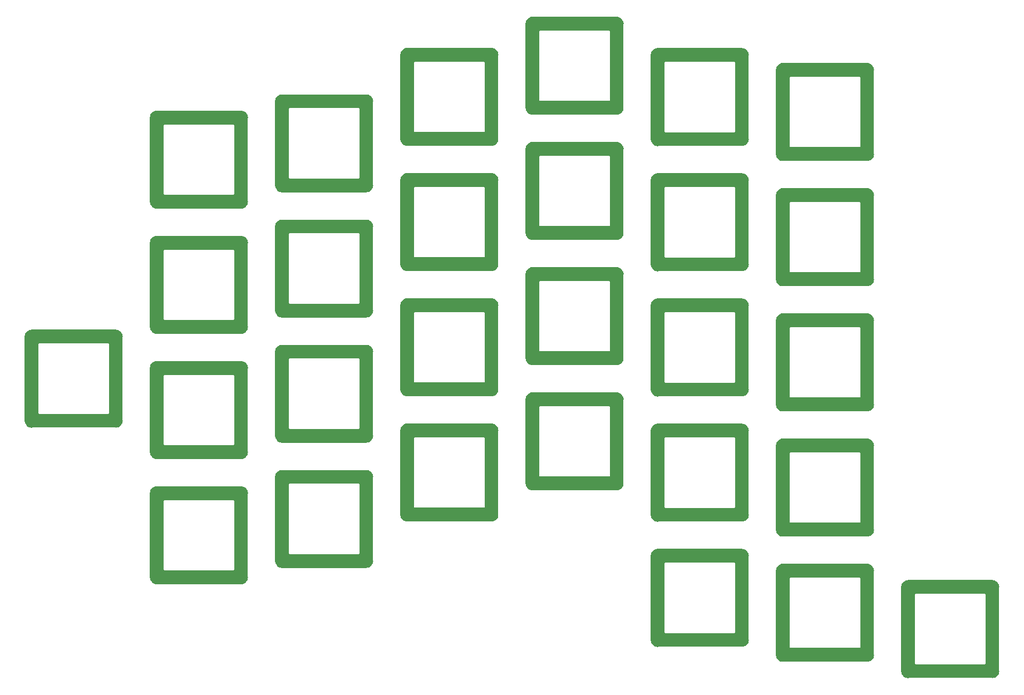
<source format=gbs>
G04 #@! TF.GenerationSoftware,KiCad,Pcbnew,(5.1.5)-3*
G04 #@! TF.CreationDate,2020-06-01T17:20:45+08:00*
G04 #@! TF.ProjectId,plate,706c6174-652e-46b6-9963-61645f706362,rev?*
G04 #@! TF.SameCoordinates,Original*
G04 #@! TF.FileFunction,Soldermask,Bot*
G04 #@! TF.FilePolarity,Negative*
%FSLAX46Y46*%
G04 Gerber Fmt 4.6, Leading zero omitted, Abs format (unit mm)*
G04 Created by KiCad (PCBNEW (5.1.5)-3) date 2020-06-01 17:20:45*
%MOMM*%
%LPD*%
G04 APERTURE LIST*
%ADD10C,0.100000*%
G04 APERTURE END LIST*
D10*
G36*
X204765519Y-124328398D02*
G01*
X204821534Y-124333915D01*
X204926032Y-124344207D01*
X205124146Y-124404305D01*
X205124149Y-124404306D01*
X205220975Y-124456061D01*
X205306729Y-124501897D01*
X205466765Y-124633235D01*
X205598103Y-124793271D01*
X205603448Y-124803271D01*
X205695694Y-124975851D01*
X205695695Y-124975854D01*
X205755793Y-125173968D01*
X205755793Y-125173970D01*
X205776085Y-125380000D01*
X205771602Y-125425519D01*
X205771000Y-125437771D01*
X205771000Y-138122229D01*
X205771602Y-138134481D01*
X205776085Y-138180000D01*
X205771000Y-138231630D01*
X205755793Y-138386032D01*
X205752760Y-138396030D01*
X205695694Y-138584149D01*
X205643939Y-138680975D01*
X205598103Y-138766729D01*
X205466765Y-138926765D01*
X205306729Y-139058103D01*
X205220975Y-139103939D01*
X205124149Y-139155694D01*
X205124146Y-139155695D01*
X204926032Y-139215793D01*
X204833860Y-139224871D01*
X204765519Y-139231602D01*
X204720000Y-139236085D01*
X204674481Y-139231602D01*
X204662229Y-139231000D01*
X192079302Y-139231000D01*
X192067052Y-139231602D01*
X191920000Y-139246085D01*
X191713969Y-139225793D01*
X191515855Y-139165695D01*
X191515852Y-139165694D01*
X191419026Y-139113939D01*
X191333272Y-139068103D01*
X191173236Y-138936765D01*
X191041898Y-138776729D01*
X190996062Y-138690975D01*
X190944307Y-138594149D01*
X190944306Y-138594146D01*
X190884208Y-138396032D01*
X190869001Y-138241630D01*
X190869001Y-138237781D01*
X190868399Y-138225529D01*
X190863915Y-138180000D01*
X190868399Y-138134471D01*
X190869001Y-138122219D01*
X190869001Y-126555999D01*
X192971000Y-126555999D01*
X192971000Y-137004001D01*
X192973402Y-137028387D01*
X192980515Y-137051836D01*
X192992066Y-137073447D01*
X193007611Y-137092389D01*
X193026553Y-137107934D01*
X193048164Y-137119485D01*
X193071613Y-137126598D01*
X193095999Y-137129000D01*
X203544002Y-137129000D01*
X203568388Y-137126598D01*
X203591837Y-137119485D01*
X203613448Y-137107934D01*
X203632390Y-137092389D01*
X203647935Y-137073447D01*
X203659486Y-137051836D01*
X203666599Y-137028387D01*
X203669001Y-137004001D01*
X203669000Y-126555999D01*
X203666598Y-126531613D01*
X203659485Y-126508164D01*
X203647934Y-126486553D01*
X203632389Y-126467611D01*
X203613447Y-126452066D01*
X203591836Y-126440515D01*
X203568387Y-126433402D01*
X203544001Y-126431000D01*
X193095999Y-126431000D01*
X193071613Y-126433402D01*
X193048164Y-126440515D01*
X193026553Y-126452066D01*
X193007611Y-126467611D01*
X192992066Y-126486553D01*
X192980515Y-126508164D01*
X192973402Y-126531613D01*
X192971000Y-126555999D01*
X190869001Y-126555999D01*
X190869000Y-125437771D01*
X190868398Y-125425519D01*
X190863915Y-125380000D01*
X190884207Y-125173970D01*
X190884207Y-125173968D01*
X190944305Y-124975854D01*
X190944306Y-124975851D01*
X191036552Y-124803271D01*
X191041897Y-124793271D01*
X191173235Y-124633235D01*
X191333271Y-124501897D01*
X191419025Y-124456061D01*
X191515851Y-124404306D01*
X191515854Y-124404305D01*
X191713968Y-124344207D01*
X191818466Y-124333915D01*
X191868369Y-124329000D01*
X204662229Y-124329000D01*
X204674481Y-124328398D01*
X204720000Y-124323915D01*
X204765519Y-124328398D01*
G37*
G36*
X185715519Y-121858398D02*
G01*
X185771534Y-121863915D01*
X185876032Y-121874207D01*
X186074146Y-121934305D01*
X186074149Y-121934306D01*
X186170975Y-121986061D01*
X186256729Y-122031897D01*
X186416765Y-122163235D01*
X186548103Y-122323271D01*
X186553448Y-122333271D01*
X186645694Y-122505851D01*
X186645695Y-122505854D01*
X186705793Y-122703968D01*
X186705793Y-122703970D01*
X186726085Y-122910000D01*
X186721602Y-122955519D01*
X186721000Y-122967771D01*
X186721000Y-135652229D01*
X186721602Y-135664481D01*
X186726085Y-135710000D01*
X186721000Y-135761630D01*
X186705793Y-135916032D01*
X186702760Y-135926030D01*
X186645694Y-136114149D01*
X186593939Y-136210975D01*
X186548103Y-136296729D01*
X186416765Y-136456765D01*
X186256729Y-136588103D01*
X186170975Y-136633939D01*
X186074149Y-136685694D01*
X186074146Y-136685695D01*
X185876032Y-136745793D01*
X185783860Y-136754871D01*
X185715519Y-136761602D01*
X185670000Y-136766085D01*
X185624481Y-136761602D01*
X185612229Y-136761000D01*
X173029302Y-136761000D01*
X173017052Y-136761602D01*
X172870000Y-136776085D01*
X172663969Y-136755793D01*
X172465855Y-136695695D01*
X172465852Y-136695694D01*
X172369026Y-136643939D01*
X172283272Y-136598103D01*
X172123236Y-136466765D01*
X171991898Y-136306729D01*
X171946062Y-136220975D01*
X171894307Y-136124149D01*
X171894306Y-136124146D01*
X171834208Y-135926032D01*
X171819001Y-135771630D01*
X171819001Y-135767781D01*
X171818399Y-135755529D01*
X171813915Y-135710000D01*
X171818399Y-135664471D01*
X171819001Y-135652219D01*
X171819001Y-124085999D01*
X173921000Y-124085999D01*
X173921000Y-134534001D01*
X173923402Y-134558387D01*
X173930515Y-134581836D01*
X173942066Y-134603447D01*
X173957611Y-134622389D01*
X173976553Y-134637934D01*
X173998164Y-134649485D01*
X174021613Y-134656598D01*
X174045999Y-134659000D01*
X184494002Y-134659000D01*
X184518388Y-134656598D01*
X184541837Y-134649485D01*
X184563448Y-134637934D01*
X184582390Y-134622389D01*
X184597935Y-134603447D01*
X184609486Y-134581836D01*
X184616599Y-134558387D01*
X184619001Y-134534001D01*
X184619000Y-124085999D01*
X184616598Y-124061613D01*
X184609485Y-124038164D01*
X184597934Y-124016553D01*
X184582389Y-123997611D01*
X184563447Y-123982066D01*
X184541836Y-123970515D01*
X184518387Y-123963402D01*
X184494001Y-123961000D01*
X174045999Y-123961000D01*
X174021613Y-123963402D01*
X173998164Y-123970515D01*
X173976553Y-123982066D01*
X173957611Y-123997611D01*
X173942066Y-124016553D01*
X173930515Y-124038164D01*
X173923402Y-124061613D01*
X173921000Y-124085999D01*
X171819001Y-124085999D01*
X171819000Y-122967771D01*
X171818398Y-122955519D01*
X171813915Y-122910000D01*
X171834207Y-122703970D01*
X171834207Y-122703968D01*
X171894305Y-122505854D01*
X171894306Y-122505851D01*
X171986552Y-122333271D01*
X171991897Y-122323271D01*
X172123235Y-122163235D01*
X172283271Y-122031897D01*
X172369025Y-121986061D01*
X172465851Y-121934306D01*
X172465854Y-121934305D01*
X172663968Y-121874207D01*
X172768466Y-121863915D01*
X172818369Y-121859000D01*
X185612229Y-121859000D01*
X185624481Y-121858398D01*
X185670000Y-121853915D01*
X185715519Y-121858398D01*
G37*
G36*
X166665519Y-119578398D02*
G01*
X166721534Y-119583915D01*
X166826032Y-119594207D01*
X167024146Y-119654305D01*
X167024149Y-119654306D01*
X167120975Y-119706061D01*
X167206729Y-119751897D01*
X167366765Y-119883235D01*
X167498103Y-120043271D01*
X167503448Y-120053271D01*
X167595694Y-120225851D01*
X167595695Y-120225854D01*
X167655793Y-120423968D01*
X167655793Y-120423970D01*
X167676085Y-120630000D01*
X167671602Y-120675519D01*
X167671000Y-120687771D01*
X167671000Y-133372229D01*
X167671602Y-133384481D01*
X167676085Y-133430000D01*
X167671000Y-133481630D01*
X167655793Y-133636032D01*
X167652760Y-133646030D01*
X167595694Y-133834149D01*
X167543939Y-133930975D01*
X167498103Y-134016729D01*
X167366765Y-134176765D01*
X167206729Y-134308103D01*
X167120975Y-134353939D01*
X167024149Y-134405694D01*
X167024146Y-134405695D01*
X166826032Y-134465793D01*
X166733860Y-134474871D01*
X166665519Y-134481602D01*
X166620000Y-134486085D01*
X166574481Y-134481602D01*
X166562229Y-134481000D01*
X153979302Y-134481000D01*
X153967052Y-134481602D01*
X153820000Y-134496085D01*
X153613969Y-134475793D01*
X153415855Y-134415695D01*
X153415852Y-134415694D01*
X153319026Y-134363939D01*
X153233272Y-134318103D01*
X153073236Y-134186765D01*
X152941898Y-134026729D01*
X152896062Y-133940975D01*
X152844307Y-133844149D01*
X152844306Y-133844146D01*
X152784208Y-133646032D01*
X152769001Y-133491630D01*
X152769001Y-133487781D01*
X152768399Y-133475529D01*
X152763915Y-133430000D01*
X152768399Y-133384471D01*
X152769001Y-133372219D01*
X152769001Y-121805999D01*
X154871000Y-121805999D01*
X154871000Y-132254001D01*
X154873402Y-132278387D01*
X154880515Y-132301836D01*
X154892066Y-132323447D01*
X154907611Y-132342389D01*
X154926553Y-132357934D01*
X154948164Y-132369485D01*
X154971613Y-132376598D01*
X154995999Y-132379000D01*
X165444002Y-132379000D01*
X165468388Y-132376598D01*
X165491837Y-132369485D01*
X165513448Y-132357934D01*
X165532390Y-132342389D01*
X165547935Y-132323447D01*
X165559486Y-132301836D01*
X165566599Y-132278387D01*
X165569001Y-132254001D01*
X165569000Y-121805999D01*
X165566598Y-121781613D01*
X165559485Y-121758164D01*
X165547934Y-121736553D01*
X165532389Y-121717611D01*
X165513447Y-121702066D01*
X165491836Y-121690515D01*
X165468387Y-121683402D01*
X165444001Y-121681000D01*
X154995999Y-121681000D01*
X154971613Y-121683402D01*
X154948164Y-121690515D01*
X154926553Y-121702066D01*
X154907611Y-121717611D01*
X154892066Y-121736553D01*
X154880515Y-121758164D01*
X154873402Y-121781613D01*
X154871000Y-121805999D01*
X152769001Y-121805999D01*
X152769000Y-120687771D01*
X152768398Y-120675519D01*
X152763915Y-120630000D01*
X152784207Y-120423970D01*
X152784207Y-120423968D01*
X152844305Y-120225854D01*
X152844306Y-120225851D01*
X152936552Y-120053271D01*
X152941897Y-120043271D01*
X153073235Y-119883235D01*
X153233271Y-119751897D01*
X153319025Y-119706061D01*
X153415851Y-119654306D01*
X153415854Y-119654305D01*
X153613968Y-119594207D01*
X153718466Y-119583915D01*
X153768369Y-119579000D01*
X166562229Y-119579000D01*
X166574481Y-119578398D01*
X166620000Y-119573915D01*
X166665519Y-119578398D01*
G37*
G36*
X90465519Y-110048398D02*
G01*
X90521534Y-110053915D01*
X90626032Y-110064207D01*
X90824146Y-110124305D01*
X90824149Y-110124306D01*
X90920975Y-110176061D01*
X91006729Y-110221897D01*
X91166765Y-110353235D01*
X91298103Y-110513271D01*
X91303448Y-110523271D01*
X91395694Y-110695851D01*
X91395695Y-110695854D01*
X91455793Y-110893968D01*
X91455793Y-110893970D01*
X91476085Y-111100000D01*
X91471602Y-111145519D01*
X91471000Y-111157771D01*
X91471000Y-123842229D01*
X91471602Y-123854481D01*
X91476085Y-123900000D01*
X91471000Y-123951630D01*
X91455793Y-124106032D01*
X91452760Y-124116030D01*
X91395694Y-124304149D01*
X91374282Y-124344207D01*
X91298103Y-124486729D01*
X91166765Y-124646765D01*
X91006729Y-124778103D01*
X90920975Y-124823939D01*
X90824149Y-124875694D01*
X90824146Y-124875695D01*
X90626032Y-124935793D01*
X90533860Y-124944871D01*
X90465519Y-124951602D01*
X90420000Y-124956085D01*
X90374481Y-124951602D01*
X90362229Y-124951000D01*
X77779302Y-124951000D01*
X77767052Y-124951602D01*
X77620000Y-124966085D01*
X77413969Y-124945793D01*
X77215855Y-124885695D01*
X77215852Y-124885694D01*
X77042943Y-124793272D01*
X77033272Y-124788103D01*
X76873236Y-124656765D01*
X76741898Y-124496729D01*
X76665719Y-124354207D01*
X76644307Y-124314149D01*
X76644306Y-124314146D01*
X76584208Y-124116032D01*
X76569876Y-123970515D01*
X76569001Y-123961631D01*
X76569001Y-123957781D01*
X76568399Y-123945529D01*
X76563915Y-123900000D01*
X76568399Y-123854471D01*
X76569001Y-123842219D01*
X76569001Y-112275999D01*
X78671000Y-112275999D01*
X78671000Y-122724001D01*
X78673402Y-122748387D01*
X78680515Y-122771836D01*
X78692066Y-122793447D01*
X78707611Y-122812389D01*
X78726553Y-122827934D01*
X78748164Y-122839485D01*
X78771613Y-122846598D01*
X78795999Y-122849000D01*
X89244002Y-122849000D01*
X89268388Y-122846598D01*
X89291837Y-122839485D01*
X89313448Y-122827934D01*
X89332390Y-122812389D01*
X89347935Y-122793447D01*
X89359486Y-122771836D01*
X89366599Y-122748387D01*
X89369001Y-122724001D01*
X89369000Y-112275999D01*
X89366598Y-112251613D01*
X89359485Y-112228164D01*
X89347934Y-112206553D01*
X89332389Y-112187611D01*
X89313447Y-112172066D01*
X89291836Y-112160515D01*
X89268387Y-112153402D01*
X89244001Y-112151000D01*
X78795999Y-112151000D01*
X78771613Y-112153402D01*
X78748164Y-112160515D01*
X78726553Y-112172066D01*
X78707611Y-112187611D01*
X78692066Y-112206553D01*
X78680515Y-112228164D01*
X78673402Y-112251613D01*
X78671000Y-112275999D01*
X76569001Y-112275999D01*
X76569000Y-111157771D01*
X76568398Y-111145519D01*
X76563915Y-111100000D01*
X76584207Y-110893970D01*
X76584207Y-110893968D01*
X76644305Y-110695854D01*
X76644306Y-110695851D01*
X76736552Y-110523271D01*
X76741897Y-110513271D01*
X76873235Y-110353235D01*
X77033271Y-110221897D01*
X77119025Y-110176061D01*
X77215851Y-110124306D01*
X77215854Y-110124305D01*
X77413968Y-110064207D01*
X77518466Y-110053915D01*
X77568369Y-110049000D01*
X90362229Y-110049000D01*
X90374481Y-110048398D01*
X90420000Y-110043915D01*
X90465519Y-110048398D01*
G37*
G36*
X109515519Y-107568398D02*
G01*
X109571534Y-107573915D01*
X109676032Y-107584207D01*
X109874146Y-107644305D01*
X109874149Y-107644306D01*
X109970975Y-107696061D01*
X110056729Y-107741897D01*
X110216765Y-107873235D01*
X110348103Y-108033271D01*
X110353448Y-108043271D01*
X110445694Y-108215851D01*
X110445695Y-108215854D01*
X110505793Y-108413968D01*
X110505793Y-108413970D01*
X110526085Y-108620000D01*
X110521602Y-108665519D01*
X110521000Y-108677771D01*
X110521000Y-121362229D01*
X110521602Y-121374481D01*
X110526085Y-121420000D01*
X110521000Y-121471630D01*
X110505793Y-121626032D01*
X110458597Y-121781613D01*
X110445694Y-121824149D01*
X110418937Y-121874207D01*
X110348103Y-122006729D01*
X110216765Y-122166765D01*
X110056729Y-122298103D01*
X109990934Y-122333271D01*
X109874149Y-122395694D01*
X109874146Y-122395695D01*
X109676032Y-122455793D01*
X109583860Y-122464871D01*
X109515519Y-122471602D01*
X109470000Y-122476085D01*
X109424481Y-122471602D01*
X109412229Y-122471000D01*
X96829302Y-122471000D01*
X96817052Y-122471602D01*
X96670000Y-122486085D01*
X96463969Y-122465793D01*
X96265855Y-122405695D01*
X96265852Y-122405694D01*
X96169026Y-122353939D01*
X96083272Y-122308103D01*
X95923236Y-122176765D01*
X95791898Y-122016729D01*
X95715719Y-121874207D01*
X95694307Y-121834149D01*
X95694306Y-121834146D01*
X95634208Y-121636032D01*
X95619001Y-121481630D01*
X95619001Y-121477781D01*
X95618399Y-121465529D01*
X95613915Y-121420000D01*
X95618399Y-121374471D01*
X95619001Y-121362219D01*
X95619001Y-109795999D01*
X97721000Y-109795999D01*
X97721000Y-120244001D01*
X97723402Y-120268387D01*
X97730515Y-120291836D01*
X97742066Y-120313447D01*
X97757611Y-120332389D01*
X97776553Y-120347934D01*
X97798164Y-120359485D01*
X97821613Y-120366598D01*
X97845999Y-120369000D01*
X108294002Y-120369000D01*
X108318388Y-120366598D01*
X108341837Y-120359485D01*
X108363448Y-120347934D01*
X108382390Y-120332389D01*
X108397935Y-120313447D01*
X108409486Y-120291836D01*
X108416599Y-120268387D01*
X108419001Y-120244001D01*
X108419000Y-109795999D01*
X108416598Y-109771613D01*
X108409485Y-109748164D01*
X108397934Y-109726553D01*
X108382389Y-109707611D01*
X108363447Y-109692066D01*
X108341836Y-109680515D01*
X108318387Y-109673402D01*
X108294001Y-109671000D01*
X97845999Y-109671000D01*
X97821613Y-109673402D01*
X97798164Y-109680515D01*
X97776553Y-109692066D01*
X97757611Y-109707611D01*
X97742066Y-109726553D01*
X97730515Y-109748164D01*
X97723402Y-109771613D01*
X97721000Y-109795999D01*
X95619001Y-109795999D01*
X95619000Y-108677771D01*
X95618398Y-108665519D01*
X95613915Y-108620000D01*
X95634207Y-108413970D01*
X95634207Y-108413968D01*
X95694305Y-108215854D01*
X95694306Y-108215851D01*
X95786552Y-108043271D01*
X95791897Y-108033271D01*
X95923235Y-107873235D01*
X96083271Y-107741897D01*
X96169025Y-107696061D01*
X96265851Y-107644306D01*
X96265854Y-107644305D01*
X96463968Y-107584207D01*
X96568466Y-107573915D01*
X96618369Y-107569000D01*
X109412229Y-107569000D01*
X109424481Y-107568398D01*
X109470000Y-107563915D01*
X109515519Y-107568398D01*
G37*
G36*
X185715519Y-102808398D02*
G01*
X185771534Y-102813915D01*
X185876032Y-102824207D01*
X186074146Y-102884305D01*
X186074149Y-102884306D01*
X186170975Y-102936061D01*
X186256729Y-102981897D01*
X186416765Y-103113235D01*
X186548103Y-103273271D01*
X186553448Y-103283271D01*
X186645694Y-103455851D01*
X186645695Y-103455854D01*
X186705793Y-103653968D01*
X186705793Y-103653970D01*
X186726085Y-103860000D01*
X186721602Y-103905519D01*
X186721000Y-103917771D01*
X186721000Y-116602229D01*
X186721602Y-116614481D01*
X186726085Y-116660000D01*
X186721000Y-116711630D01*
X186705793Y-116866032D01*
X186702760Y-116876030D01*
X186645694Y-117064149D01*
X186593939Y-117160975D01*
X186548103Y-117246729D01*
X186416765Y-117406765D01*
X186256729Y-117538103D01*
X186170975Y-117583939D01*
X186074149Y-117635694D01*
X186074146Y-117635695D01*
X185876032Y-117695793D01*
X185783860Y-117704871D01*
X185715519Y-117711602D01*
X185670000Y-117716085D01*
X185624481Y-117711602D01*
X185612229Y-117711000D01*
X173029302Y-117711000D01*
X173017052Y-117711602D01*
X172870000Y-117726085D01*
X172663969Y-117705793D01*
X172465855Y-117645695D01*
X172465852Y-117645694D01*
X172369026Y-117593939D01*
X172283272Y-117548103D01*
X172123236Y-117416765D01*
X171991898Y-117256729D01*
X171946062Y-117170975D01*
X171894307Y-117074149D01*
X171894306Y-117074146D01*
X171834208Y-116876032D01*
X171819001Y-116721630D01*
X171819001Y-116717781D01*
X171818399Y-116705529D01*
X171813915Y-116660000D01*
X171818399Y-116614471D01*
X171819001Y-116602219D01*
X171819001Y-105035999D01*
X173921000Y-105035999D01*
X173921000Y-115484001D01*
X173923402Y-115508387D01*
X173930515Y-115531836D01*
X173942066Y-115553447D01*
X173957611Y-115572389D01*
X173976553Y-115587934D01*
X173998164Y-115599485D01*
X174021613Y-115606598D01*
X174045999Y-115609000D01*
X184494002Y-115609000D01*
X184518388Y-115606598D01*
X184541837Y-115599485D01*
X184563448Y-115587934D01*
X184582390Y-115572389D01*
X184597935Y-115553447D01*
X184609486Y-115531836D01*
X184616599Y-115508387D01*
X184619001Y-115484001D01*
X184619000Y-105035999D01*
X184616598Y-105011613D01*
X184609485Y-104988164D01*
X184597934Y-104966553D01*
X184582389Y-104947611D01*
X184563447Y-104932066D01*
X184541836Y-104920515D01*
X184518387Y-104913402D01*
X184494001Y-104911000D01*
X174045999Y-104911000D01*
X174021613Y-104913402D01*
X173998164Y-104920515D01*
X173976553Y-104932066D01*
X173957611Y-104947611D01*
X173942066Y-104966553D01*
X173930515Y-104988164D01*
X173923402Y-105011613D01*
X173921000Y-105035999D01*
X171819001Y-105035999D01*
X171819000Y-103917771D01*
X171818398Y-103905519D01*
X171813915Y-103860000D01*
X171834207Y-103653970D01*
X171834207Y-103653968D01*
X171894305Y-103455854D01*
X171894306Y-103455851D01*
X171986552Y-103283271D01*
X171991897Y-103273271D01*
X172123235Y-103113235D01*
X172283271Y-102981897D01*
X172369025Y-102936061D01*
X172465851Y-102884306D01*
X172465854Y-102884305D01*
X172663968Y-102824207D01*
X172768466Y-102813915D01*
X172818369Y-102809000D01*
X185612229Y-102809000D01*
X185624481Y-102808398D01*
X185670000Y-102803915D01*
X185715519Y-102808398D01*
G37*
G36*
X166665519Y-100528398D02*
G01*
X166729248Y-100534675D01*
X166826032Y-100544207D01*
X166991184Y-100594306D01*
X167024149Y-100604306D01*
X167120975Y-100656061D01*
X167206729Y-100701897D01*
X167366765Y-100833235D01*
X167498103Y-100993271D01*
X167531469Y-101055695D01*
X167595694Y-101175851D01*
X167595695Y-101175854D01*
X167655793Y-101373968D01*
X167655793Y-101373970D01*
X167676085Y-101580000D01*
X167671602Y-101625519D01*
X167671000Y-101637771D01*
X167671000Y-114322229D01*
X167671602Y-114334481D01*
X167676085Y-114380000D01*
X167655793Y-114586032D01*
X167595695Y-114784146D01*
X167595694Y-114784149D01*
X167543939Y-114880975D01*
X167498103Y-114966729D01*
X167366765Y-115126765D01*
X167206729Y-115258103D01*
X167120975Y-115303939D01*
X167024149Y-115355694D01*
X167024146Y-115355695D01*
X166826032Y-115415793D01*
X166773164Y-115421000D01*
X166733860Y-115424871D01*
X166665519Y-115431602D01*
X166620000Y-115436085D01*
X166574481Y-115431602D01*
X166562229Y-115431000D01*
X153979302Y-115431000D01*
X153967052Y-115431602D01*
X153820000Y-115446085D01*
X153613969Y-115425793D01*
X153415855Y-115365695D01*
X153415852Y-115365694D01*
X153319026Y-115313939D01*
X153233272Y-115268103D01*
X153073236Y-115136765D01*
X152941898Y-114976729D01*
X152896062Y-114890975D01*
X152844307Y-114794149D01*
X152844306Y-114794146D01*
X152784208Y-114596032D01*
X152769001Y-114441630D01*
X152769001Y-114437781D01*
X152768399Y-114425529D01*
X152763915Y-114380000D01*
X152768399Y-114334471D01*
X152769001Y-114322219D01*
X152769001Y-102755999D01*
X154871000Y-102755999D01*
X154871000Y-113204001D01*
X154873402Y-113228387D01*
X154880515Y-113251836D01*
X154892066Y-113273447D01*
X154907611Y-113292389D01*
X154926553Y-113307934D01*
X154948164Y-113319485D01*
X154971613Y-113326598D01*
X154995999Y-113329000D01*
X165444002Y-113329000D01*
X165468388Y-113326598D01*
X165491837Y-113319485D01*
X165513448Y-113307934D01*
X165532390Y-113292389D01*
X165547935Y-113273447D01*
X165559486Y-113251836D01*
X165566599Y-113228387D01*
X165569001Y-113204001D01*
X165569000Y-102755999D01*
X165566598Y-102731613D01*
X165559485Y-102708164D01*
X165547934Y-102686553D01*
X165532389Y-102667611D01*
X165513447Y-102652066D01*
X165491836Y-102640515D01*
X165468387Y-102633402D01*
X165444001Y-102631000D01*
X154995999Y-102631000D01*
X154971613Y-102633402D01*
X154948164Y-102640515D01*
X154926553Y-102652066D01*
X154907611Y-102667611D01*
X154892066Y-102686553D01*
X154880515Y-102708164D01*
X154873402Y-102731613D01*
X154871000Y-102755999D01*
X152769001Y-102755999D01*
X152769000Y-101637771D01*
X152768398Y-101625519D01*
X152763915Y-101580000D01*
X152784207Y-101373970D01*
X152784207Y-101373968D01*
X152844305Y-101175854D01*
X152844306Y-101175851D01*
X152908531Y-101055695D01*
X152941897Y-100993271D01*
X153073235Y-100833235D01*
X153233271Y-100701897D01*
X153319025Y-100656061D01*
X153415851Y-100604306D01*
X153448816Y-100594306D01*
X153613968Y-100544207D01*
X153718466Y-100533915D01*
X153768369Y-100529000D01*
X166562229Y-100529000D01*
X166574481Y-100528398D01*
X166620000Y-100523915D01*
X166665519Y-100528398D01*
G37*
G36*
X128565519Y-100518398D02*
G01*
X128621534Y-100523915D01*
X128726032Y-100534207D01*
X128924146Y-100594305D01*
X128924149Y-100594306D01*
X128961564Y-100614305D01*
X129106729Y-100691897D01*
X129266765Y-100823235D01*
X129398103Y-100983271D01*
X129408793Y-101003271D01*
X129495694Y-101165851D01*
X129495695Y-101165854D01*
X129555793Y-101363968D01*
X129555793Y-101363970D01*
X129576085Y-101570000D01*
X129571602Y-101615519D01*
X129571000Y-101627771D01*
X129571000Y-114312229D01*
X129571602Y-114324481D01*
X129576085Y-114370000D01*
X129571000Y-114421630D01*
X129555793Y-114576032D01*
X129495695Y-114774146D01*
X129495694Y-114774149D01*
X129443939Y-114870975D01*
X129398103Y-114956729D01*
X129266765Y-115116765D01*
X129106729Y-115248103D01*
X129069311Y-115268103D01*
X128924149Y-115345694D01*
X128924146Y-115345695D01*
X128726032Y-115405793D01*
X128633860Y-115414871D01*
X128565519Y-115421602D01*
X128520000Y-115426085D01*
X128474481Y-115421602D01*
X128462229Y-115421000D01*
X115879302Y-115421000D01*
X115867052Y-115421602D01*
X115720000Y-115436085D01*
X115513969Y-115415793D01*
X115315855Y-115355695D01*
X115315852Y-115355694D01*
X115219026Y-115303939D01*
X115133272Y-115258103D01*
X114973236Y-115126765D01*
X114841898Y-114966729D01*
X114796062Y-114880975D01*
X114744307Y-114784149D01*
X114744306Y-114784146D01*
X114684208Y-114586032D01*
X114669001Y-114431630D01*
X114669001Y-114427781D01*
X114668399Y-114415529D01*
X114663915Y-114370000D01*
X114668399Y-114324471D01*
X114669001Y-114312219D01*
X114669001Y-102745999D01*
X116771000Y-102745999D01*
X116771000Y-113194001D01*
X116773402Y-113218387D01*
X116780515Y-113241836D01*
X116792066Y-113263447D01*
X116807611Y-113282389D01*
X116826553Y-113297934D01*
X116848164Y-113309485D01*
X116871613Y-113316598D01*
X116895999Y-113319000D01*
X127344002Y-113319000D01*
X127368388Y-113316598D01*
X127391837Y-113309485D01*
X127413448Y-113297934D01*
X127432390Y-113282389D01*
X127447935Y-113263447D01*
X127459486Y-113241836D01*
X127466599Y-113218387D01*
X127469001Y-113194001D01*
X127469000Y-102745999D01*
X127466598Y-102721613D01*
X127459485Y-102698164D01*
X127447934Y-102676553D01*
X127432389Y-102657611D01*
X127413447Y-102642066D01*
X127391836Y-102630515D01*
X127368387Y-102623402D01*
X127344001Y-102621000D01*
X116895999Y-102621000D01*
X116871613Y-102623402D01*
X116848164Y-102630515D01*
X116826553Y-102642066D01*
X116807611Y-102657611D01*
X116792066Y-102676553D01*
X116780515Y-102698164D01*
X116773402Y-102721613D01*
X116771000Y-102745999D01*
X114669001Y-102745999D01*
X114669000Y-101627771D01*
X114668398Y-101615519D01*
X114663915Y-101570000D01*
X114684207Y-101363970D01*
X114684207Y-101363968D01*
X114744305Y-101165854D01*
X114744306Y-101165851D01*
X114831207Y-101003271D01*
X114841897Y-100983271D01*
X114973235Y-100823235D01*
X115133271Y-100691897D01*
X115278436Y-100614305D01*
X115315851Y-100594306D01*
X115315854Y-100594305D01*
X115513968Y-100534207D01*
X115618466Y-100523915D01*
X115668369Y-100519000D01*
X128462229Y-100519000D01*
X128474481Y-100518398D01*
X128520000Y-100513915D01*
X128565519Y-100518398D01*
G37*
G36*
X147615519Y-95758398D02*
G01*
X147671534Y-95763915D01*
X147776032Y-95774207D01*
X147974146Y-95834305D01*
X147974149Y-95834306D01*
X148070975Y-95886061D01*
X148156729Y-95931897D01*
X148316765Y-96063235D01*
X148448103Y-96223271D01*
X148453448Y-96233271D01*
X148545694Y-96405851D01*
X148545695Y-96405854D01*
X148605793Y-96603968D01*
X148605793Y-96603970D01*
X148626085Y-96810000D01*
X148621602Y-96855519D01*
X148621000Y-96867771D01*
X148621000Y-109552229D01*
X148621602Y-109564481D01*
X148626085Y-109610000D01*
X148621000Y-109661630D01*
X148605793Y-109816032D01*
X148602760Y-109826030D01*
X148545694Y-110014149D01*
X148518937Y-110064207D01*
X148448103Y-110196729D01*
X148316765Y-110356765D01*
X148156729Y-110488103D01*
X148090934Y-110523271D01*
X147974149Y-110585694D01*
X147974146Y-110585695D01*
X147776032Y-110645793D01*
X147683860Y-110654871D01*
X147615519Y-110661602D01*
X147570000Y-110666085D01*
X147524481Y-110661602D01*
X147512229Y-110661000D01*
X134929302Y-110661000D01*
X134917052Y-110661602D01*
X134770000Y-110676085D01*
X134563969Y-110655793D01*
X134365855Y-110595695D01*
X134365852Y-110595694D01*
X134269026Y-110543939D01*
X134183272Y-110498103D01*
X134023236Y-110366765D01*
X133891898Y-110206729D01*
X133815719Y-110064207D01*
X133794307Y-110024149D01*
X133794306Y-110024146D01*
X133734208Y-109826032D01*
X133719876Y-109680515D01*
X133719001Y-109671631D01*
X133719001Y-109667781D01*
X133718399Y-109655529D01*
X133713915Y-109610000D01*
X133718399Y-109564471D01*
X133719001Y-109552219D01*
X133719001Y-97985999D01*
X135821000Y-97985999D01*
X135821000Y-108434001D01*
X135823402Y-108458387D01*
X135830515Y-108481836D01*
X135842066Y-108503447D01*
X135857611Y-108522389D01*
X135876553Y-108537934D01*
X135898164Y-108549485D01*
X135921613Y-108556598D01*
X135945999Y-108559000D01*
X146394002Y-108559000D01*
X146418388Y-108556598D01*
X146441837Y-108549485D01*
X146463448Y-108537934D01*
X146482390Y-108522389D01*
X146497935Y-108503447D01*
X146509486Y-108481836D01*
X146516599Y-108458387D01*
X146519001Y-108434001D01*
X146519000Y-97985999D01*
X146516598Y-97961613D01*
X146509485Y-97938164D01*
X146497934Y-97916553D01*
X146482389Y-97897611D01*
X146463447Y-97882066D01*
X146441836Y-97870515D01*
X146418387Y-97863402D01*
X146394001Y-97861000D01*
X135945999Y-97861000D01*
X135921613Y-97863402D01*
X135898164Y-97870515D01*
X135876553Y-97882066D01*
X135857611Y-97897611D01*
X135842066Y-97916553D01*
X135830515Y-97938164D01*
X135823402Y-97961613D01*
X135821000Y-97985999D01*
X133719001Y-97985999D01*
X133719000Y-96867771D01*
X133718398Y-96855519D01*
X133713915Y-96810000D01*
X133734207Y-96603970D01*
X133734207Y-96603968D01*
X133794305Y-96405854D01*
X133794306Y-96405851D01*
X133886552Y-96233271D01*
X133891897Y-96223271D01*
X134023235Y-96063235D01*
X134183271Y-95931897D01*
X134269025Y-95886061D01*
X134365851Y-95834306D01*
X134365854Y-95834305D01*
X134563968Y-95774207D01*
X134668466Y-95763915D01*
X134718369Y-95759000D01*
X147512229Y-95759000D01*
X147524481Y-95758398D01*
X147570000Y-95753915D01*
X147615519Y-95758398D01*
G37*
G36*
X90465519Y-90998398D02*
G01*
X90521534Y-91003915D01*
X90626032Y-91014207D01*
X90824146Y-91074305D01*
X90824149Y-91074306D01*
X90920975Y-91126061D01*
X91006729Y-91171897D01*
X91166765Y-91303235D01*
X91298103Y-91463271D01*
X91303448Y-91473271D01*
X91395694Y-91645851D01*
X91395695Y-91645854D01*
X91455793Y-91843968D01*
X91455793Y-91843970D01*
X91476085Y-92050000D01*
X91471602Y-92095519D01*
X91471000Y-92107771D01*
X91471000Y-104792229D01*
X91471602Y-104804481D01*
X91476085Y-104850000D01*
X91471000Y-104901630D01*
X91455793Y-105056032D01*
X91452760Y-105066030D01*
X91395694Y-105254149D01*
X91343939Y-105350975D01*
X91298103Y-105436729D01*
X91166765Y-105596765D01*
X91006729Y-105728103D01*
X90920975Y-105773939D01*
X90824149Y-105825694D01*
X90824146Y-105825695D01*
X90626032Y-105885793D01*
X90533860Y-105894871D01*
X90465519Y-105901602D01*
X90420000Y-105906085D01*
X90374481Y-105901602D01*
X90362229Y-105901000D01*
X77779302Y-105901000D01*
X77767052Y-105901602D01*
X77620000Y-105916085D01*
X77413969Y-105895793D01*
X77215855Y-105835695D01*
X77215852Y-105835694D01*
X77119026Y-105783939D01*
X77033272Y-105738103D01*
X76873236Y-105606765D01*
X76741898Y-105446729D01*
X76696062Y-105360975D01*
X76644307Y-105264149D01*
X76644306Y-105264146D01*
X76584208Y-105066032D01*
X76569876Y-104920515D01*
X76569001Y-104911631D01*
X76569001Y-104907781D01*
X76568399Y-104895529D01*
X76563915Y-104850000D01*
X76568399Y-104804471D01*
X76569001Y-104792219D01*
X76569001Y-93225999D01*
X78671000Y-93225999D01*
X78671000Y-103674001D01*
X78673402Y-103698387D01*
X78680515Y-103721836D01*
X78692066Y-103743447D01*
X78707611Y-103762389D01*
X78726553Y-103777934D01*
X78748164Y-103789485D01*
X78771613Y-103796598D01*
X78795999Y-103799000D01*
X89244002Y-103799000D01*
X89268388Y-103796598D01*
X89291837Y-103789485D01*
X89313448Y-103777934D01*
X89332390Y-103762389D01*
X89347935Y-103743447D01*
X89359486Y-103721836D01*
X89366599Y-103698387D01*
X89369001Y-103674001D01*
X89369000Y-93225999D01*
X89366598Y-93201613D01*
X89359485Y-93178164D01*
X89347934Y-93156553D01*
X89332389Y-93137611D01*
X89313447Y-93122066D01*
X89291836Y-93110515D01*
X89268387Y-93103402D01*
X89244001Y-93101000D01*
X78795999Y-93101000D01*
X78771613Y-93103402D01*
X78748164Y-93110515D01*
X78726553Y-93122066D01*
X78707611Y-93137611D01*
X78692066Y-93156553D01*
X78680515Y-93178164D01*
X78673402Y-93201613D01*
X78671000Y-93225999D01*
X76569001Y-93225999D01*
X76569000Y-92107771D01*
X76568398Y-92095519D01*
X76563915Y-92050000D01*
X76584207Y-91843970D01*
X76584207Y-91843968D01*
X76644305Y-91645854D01*
X76644306Y-91645851D01*
X76736552Y-91473271D01*
X76741897Y-91463271D01*
X76873235Y-91303235D01*
X77033271Y-91171897D01*
X77119025Y-91126061D01*
X77215851Y-91074306D01*
X77215854Y-91074305D01*
X77413968Y-91014207D01*
X77518466Y-91003915D01*
X77568369Y-90999000D01*
X90362229Y-90999000D01*
X90374481Y-90998398D01*
X90420000Y-90993915D01*
X90465519Y-90998398D01*
G37*
G36*
X109515519Y-88518398D02*
G01*
X109571534Y-88523915D01*
X109676032Y-88534207D01*
X109874146Y-88594305D01*
X109874149Y-88594306D01*
X109970975Y-88646061D01*
X110056729Y-88691897D01*
X110216765Y-88823235D01*
X110348103Y-88983271D01*
X110353448Y-88993271D01*
X110445694Y-89165851D01*
X110445695Y-89165854D01*
X110505793Y-89363968D01*
X110505793Y-89363970D01*
X110526085Y-89570000D01*
X110521602Y-89615519D01*
X110521000Y-89627771D01*
X110521000Y-102312229D01*
X110521602Y-102324481D01*
X110526085Y-102370000D01*
X110521000Y-102421630D01*
X110505793Y-102576032D01*
X110461631Y-102721613D01*
X110445694Y-102774149D01*
X110418937Y-102824207D01*
X110348103Y-102956729D01*
X110216765Y-103116765D01*
X110056729Y-103248103D01*
X109990934Y-103283271D01*
X109874149Y-103345694D01*
X109874146Y-103345695D01*
X109676032Y-103405793D01*
X109583860Y-103414871D01*
X109515519Y-103421602D01*
X109470000Y-103426085D01*
X109424481Y-103421602D01*
X109412229Y-103421000D01*
X96829302Y-103421000D01*
X96817052Y-103421602D01*
X96670000Y-103436085D01*
X96463969Y-103415793D01*
X96265855Y-103355695D01*
X96265852Y-103355694D01*
X96169026Y-103303939D01*
X96083272Y-103258103D01*
X95923236Y-103126765D01*
X95791898Y-102966729D01*
X95715719Y-102824207D01*
X95694307Y-102784149D01*
X95694306Y-102784146D01*
X95634208Y-102586032D01*
X95619001Y-102431630D01*
X95619001Y-102427781D01*
X95618399Y-102415529D01*
X95613915Y-102370000D01*
X95618399Y-102324471D01*
X95619001Y-102312219D01*
X95619001Y-90745999D01*
X97721000Y-90745999D01*
X97721000Y-101194001D01*
X97723402Y-101218387D01*
X97730515Y-101241836D01*
X97742066Y-101263447D01*
X97757611Y-101282389D01*
X97776553Y-101297934D01*
X97798164Y-101309485D01*
X97821613Y-101316598D01*
X97845999Y-101319000D01*
X108294002Y-101319000D01*
X108318388Y-101316598D01*
X108341837Y-101309485D01*
X108363448Y-101297934D01*
X108382390Y-101282389D01*
X108397935Y-101263447D01*
X108409486Y-101241836D01*
X108416599Y-101218387D01*
X108419001Y-101194001D01*
X108419000Y-90745999D01*
X108416598Y-90721613D01*
X108409485Y-90698164D01*
X108397934Y-90676553D01*
X108382389Y-90657611D01*
X108363447Y-90642066D01*
X108341836Y-90630515D01*
X108318387Y-90623402D01*
X108294001Y-90621000D01*
X97845999Y-90621000D01*
X97821613Y-90623402D01*
X97798164Y-90630515D01*
X97776553Y-90642066D01*
X97757611Y-90657611D01*
X97742066Y-90676553D01*
X97730515Y-90698164D01*
X97723402Y-90721613D01*
X97721000Y-90745999D01*
X95619001Y-90745999D01*
X95619000Y-89627771D01*
X95618398Y-89615519D01*
X95613915Y-89570000D01*
X95634207Y-89363970D01*
X95634207Y-89363968D01*
X95694305Y-89165854D01*
X95694306Y-89165851D01*
X95786552Y-88993271D01*
X95791897Y-88983271D01*
X95923235Y-88823235D01*
X96083271Y-88691897D01*
X96169025Y-88646061D01*
X96265851Y-88594306D01*
X96265854Y-88594305D01*
X96463968Y-88534207D01*
X96568466Y-88523915D01*
X96618369Y-88519000D01*
X109412229Y-88519000D01*
X109424481Y-88518398D01*
X109470000Y-88513915D01*
X109515519Y-88518398D01*
G37*
G36*
X71415519Y-86228398D02*
G01*
X71471534Y-86233915D01*
X71576032Y-86244207D01*
X71774146Y-86304305D01*
X71774149Y-86304306D01*
X71870975Y-86356061D01*
X71956729Y-86401897D01*
X72116765Y-86533235D01*
X72248103Y-86693271D01*
X72253448Y-86703271D01*
X72345694Y-86875851D01*
X72345695Y-86875854D01*
X72405793Y-87073968D01*
X72405793Y-87073970D01*
X72426085Y-87280000D01*
X72421602Y-87325519D01*
X72421000Y-87337771D01*
X72421000Y-100022229D01*
X72421602Y-100034481D01*
X72426085Y-100080000D01*
X72421000Y-100131630D01*
X72405793Y-100286032D01*
X72402760Y-100296030D01*
X72345694Y-100484149D01*
X72319093Y-100533915D01*
X72248103Y-100666729D01*
X72116765Y-100826765D01*
X71956729Y-100958103D01*
X71890934Y-100993271D01*
X71774149Y-101055694D01*
X71774146Y-101055695D01*
X71576032Y-101115793D01*
X71483860Y-101124871D01*
X71415519Y-101131602D01*
X71370000Y-101136085D01*
X71324481Y-101131602D01*
X71312229Y-101131000D01*
X58729302Y-101131000D01*
X58717052Y-101131602D01*
X58570000Y-101146085D01*
X58363969Y-101125793D01*
X58165855Y-101065695D01*
X58165852Y-101065694D01*
X58049067Y-101003271D01*
X57983272Y-100968103D01*
X57823236Y-100836765D01*
X57691898Y-100676729D01*
X57615719Y-100534207D01*
X57594307Y-100494149D01*
X57594306Y-100494146D01*
X57534208Y-100296032D01*
X57519001Y-100141630D01*
X57519001Y-100137781D01*
X57518399Y-100125529D01*
X57513915Y-100080000D01*
X57518399Y-100034471D01*
X57519001Y-100022219D01*
X57519001Y-88455999D01*
X59621000Y-88455999D01*
X59621000Y-98904001D01*
X59623402Y-98928387D01*
X59630515Y-98951836D01*
X59642066Y-98973447D01*
X59657611Y-98992389D01*
X59676553Y-99007934D01*
X59698164Y-99019485D01*
X59721613Y-99026598D01*
X59745999Y-99029000D01*
X70194002Y-99029000D01*
X70218388Y-99026598D01*
X70241837Y-99019485D01*
X70263448Y-99007934D01*
X70282390Y-98992389D01*
X70297935Y-98973447D01*
X70309486Y-98951836D01*
X70316599Y-98928387D01*
X70319001Y-98904001D01*
X70319000Y-88455999D01*
X70316598Y-88431613D01*
X70309485Y-88408164D01*
X70297934Y-88386553D01*
X70282389Y-88367611D01*
X70263447Y-88352066D01*
X70241836Y-88340515D01*
X70218387Y-88333402D01*
X70194001Y-88331000D01*
X59745999Y-88331000D01*
X59721613Y-88333402D01*
X59698164Y-88340515D01*
X59676553Y-88352066D01*
X59657611Y-88367611D01*
X59642066Y-88386553D01*
X59630515Y-88408164D01*
X59623402Y-88431613D01*
X59621000Y-88455999D01*
X57519001Y-88455999D01*
X57519000Y-87337771D01*
X57518398Y-87325519D01*
X57513915Y-87280000D01*
X57534207Y-87073970D01*
X57534207Y-87073968D01*
X57594305Y-86875854D01*
X57594306Y-86875851D01*
X57686552Y-86703271D01*
X57691897Y-86693271D01*
X57823235Y-86533235D01*
X57983271Y-86401897D01*
X58069025Y-86356061D01*
X58165851Y-86304306D01*
X58165854Y-86304305D01*
X58363968Y-86244207D01*
X58468466Y-86233915D01*
X58518369Y-86229000D01*
X71312229Y-86229000D01*
X71324481Y-86228398D01*
X71370000Y-86223915D01*
X71415519Y-86228398D01*
G37*
G36*
X185715519Y-83758398D02*
G01*
X185771534Y-83763915D01*
X185876032Y-83774207D01*
X186074146Y-83834305D01*
X186074149Y-83834306D01*
X186170975Y-83886061D01*
X186256729Y-83931897D01*
X186416765Y-84063235D01*
X186548103Y-84223271D01*
X186553448Y-84233271D01*
X186645694Y-84405851D01*
X186645695Y-84405854D01*
X186705793Y-84603968D01*
X186705793Y-84603970D01*
X186726085Y-84810000D01*
X186721602Y-84855519D01*
X186721000Y-84867771D01*
X186721000Y-97552229D01*
X186721602Y-97564481D01*
X186726085Y-97610000D01*
X186721000Y-97661630D01*
X186705793Y-97816032D01*
X186681046Y-97897611D01*
X186645694Y-98014149D01*
X186593939Y-98110975D01*
X186548103Y-98196729D01*
X186416765Y-98356765D01*
X186256729Y-98488103D01*
X186170975Y-98533939D01*
X186074149Y-98585694D01*
X186074146Y-98585695D01*
X185876032Y-98645793D01*
X185783860Y-98654871D01*
X185715519Y-98661602D01*
X185670000Y-98666085D01*
X185624481Y-98661602D01*
X185612229Y-98661000D01*
X173029302Y-98661000D01*
X173017052Y-98661602D01*
X172870000Y-98676085D01*
X172663969Y-98655793D01*
X172465855Y-98595695D01*
X172465852Y-98595694D01*
X172369026Y-98543939D01*
X172283272Y-98498103D01*
X172123236Y-98366765D01*
X171991898Y-98206729D01*
X171946062Y-98120975D01*
X171894307Y-98024149D01*
X171894306Y-98024146D01*
X171834208Y-97826032D01*
X171819001Y-97671630D01*
X171819001Y-97667781D01*
X171818399Y-97655529D01*
X171813915Y-97610000D01*
X171818399Y-97564471D01*
X171819001Y-97552219D01*
X171819001Y-85985999D01*
X173921000Y-85985999D01*
X173921000Y-96434001D01*
X173923402Y-96458387D01*
X173930515Y-96481836D01*
X173942066Y-96503447D01*
X173957611Y-96522389D01*
X173976553Y-96537934D01*
X173998164Y-96549485D01*
X174021613Y-96556598D01*
X174045999Y-96559000D01*
X184494002Y-96559000D01*
X184518388Y-96556598D01*
X184541837Y-96549485D01*
X184563448Y-96537934D01*
X184582390Y-96522389D01*
X184597935Y-96503447D01*
X184609486Y-96481836D01*
X184616599Y-96458387D01*
X184619001Y-96434001D01*
X184619000Y-85985999D01*
X184616598Y-85961613D01*
X184609485Y-85938164D01*
X184597934Y-85916553D01*
X184582389Y-85897611D01*
X184563447Y-85882066D01*
X184541836Y-85870515D01*
X184518387Y-85863402D01*
X184494001Y-85861000D01*
X174045999Y-85861000D01*
X174021613Y-85863402D01*
X173998164Y-85870515D01*
X173976553Y-85882066D01*
X173957611Y-85897611D01*
X173942066Y-85916553D01*
X173930515Y-85938164D01*
X173923402Y-85961613D01*
X173921000Y-85985999D01*
X171819001Y-85985999D01*
X171819000Y-84867771D01*
X171818398Y-84855519D01*
X171813915Y-84810000D01*
X171834207Y-84603970D01*
X171834207Y-84603968D01*
X171894305Y-84405854D01*
X171894306Y-84405851D01*
X171986552Y-84233271D01*
X171991897Y-84223271D01*
X172123235Y-84063235D01*
X172283271Y-83931897D01*
X172369025Y-83886061D01*
X172465851Y-83834306D01*
X172465854Y-83834305D01*
X172663968Y-83774207D01*
X172768466Y-83763915D01*
X172818369Y-83759000D01*
X185612229Y-83759000D01*
X185624481Y-83758398D01*
X185670000Y-83753915D01*
X185715519Y-83758398D01*
G37*
G36*
X166665519Y-81478398D02*
G01*
X166729248Y-81484675D01*
X166826032Y-81494207D01*
X166991184Y-81544306D01*
X167024149Y-81554306D01*
X167120975Y-81606061D01*
X167206729Y-81651897D01*
X167366765Y-81783235D01*
X167498103Y-81943271D01*
X167503448Y-81953271D01*
X167595694Y-82125851D01*
X167595695Y-82125854D01*
X167655793Y-82323968D01*
X167655793Y-82323970D01*
X167676085Y-82530000D01*
X167671602Y-82575519D01*
X167671000Y-82587771D01*
X167671000Y-95272229D01*
X167671602Y-95284481D01*
X167676085Y-95330000D01*
X167655793Y-95536032D01*
X167595695Y-95734146D01*
X167595694Y-95734149D01*
X167574282Y-95774207D01*
X167498103Y-95916729D01*
X167366765Y-96076765D01*
X167206729Y-96208103D01*
X167120975Y-96253939D01*
X167024149Y-96305694D01*
X167024146Y-96305695D01*
X166826032Y-96365793D01*
X166773164Y-96371000D01*
X166733860Y-96374871D01*
X166665519Y-96381602D01*
X166620000Y-96386085D01*
X166574481Y-96381602D01*
X166562229Y-96381000D01*
X153979302Y-96381000D01*
X153967052Y-96381602D01*
X153820000Y-96396085D01*
X153613969Y-96375793D01*
X153415855Y-96315695D01*
X153415852Y-96315694D01*
X153242943Y-96223272D01*
X153233272Y-96218103D01*
X153073236Y-96086765D01*
X152941898Y-95926729D01*
X152865719Y-95784207D01*
X152844307Y-95744149D01*
X152844306Y-95744146D01*
X152784208Y-95546032D01*
X152769001Y-95391630D01*
X152769001Y-95387781D01*
X152768399Y-95375529D01*
X152763915Y-95330000D01*
X152768399Y-95284471D01*
X152769001Y-95272219D01*
X152769001Y-83705999D01*
X154871000Y-83705999D01*
X154871000Y-94154001D01*
X154873402Y-94178387D01*
X154880515Y-94201836D01*
X154892066Y-94223447D01*
X154907611Y-94242389D01*
X154926553Y-94257934D01*
X154948164Y-94269485D01*
X154971613Y-94276598D01*
X154995999Y-94279000D01*
X165444002Y-94279000D01*
X165468388Y-94276598D01*
X165491837Y-94269485D01*
X165513448Y-94257934D01*
X165532390Y-94242389D01*
X165547935Y-94223447D01*
X165559486Y-94201836D01*
X165566599Y-94178387D01*
X165569001Y-94154001D01*
X165569000Y-83705999D01*
X165566598Y-83681613D01*
X165559485Y-83658164D01*
X165547934Y-83636553D01*
X165532389Y-83617611D01*
X165513447Y-83602066D01*
X165491836Y-83590515D01*
X165468387Y-83583402D01*
X165444001Y-83581000D01*
X154995999Y-83581000D01*
X154971613Y-83583402D01*
X154948164Y-83590515D01*
X154926553Y-83602066D01*
X154907611Y-83617611D01*
X154892066Y-83636553D01*
X154880515Y-83658164D01*
X154873402Y-83681613D01*
X154871000Y-83705999D01*
X152769001Y-83705999D01*
X152769000Y-82587771D01*
X152768398Y-82575519D01*
X152763915Y-82530000D01*
X152784207Y-82323970D01*
X152784207Y-82323968D01*
X152844305Y-82125854D01*
X152844306Y-82125851D01*
X152936552Y-81953271D01*
X152941897Y-81943271D01*
X153073235Y-81783235D01*
X153233271Y-81651897D01*
X153319025Y-81606061D01*
X153415851Y-81554306D01*
X153448816Y-81544306D01*
X153613968Y-81494207D01*
X153718466Y-81483915D01*
X153768369Y-81479000D01*
X166562229Y-81479000D01*
X166574481Y-81478398D01*
X166620000Y-81473915D01*
X166665519Y-81478398D01*
G37*
G36*
X128565519Y-81468398D02*
G01*
X128621534Y-81473915D01*
X128726032Y-81484207D01*
X128924146Y-81544305D01*
X128924149Y-81544306D01*
X128961564Y-81564305D01*
X129106729Y-81641897D01*
X129266765Y-81773235D01*
X129398103Y-81933271D01*
X129408793Y-81953271D01*
X129495694Y-82115851D01*
X129495695Y-82115854D01*
X129555793Y-82313968D01*
X129555793Y-82313970D01*
X129576085Y-82520000D01*
X129571602Y-82565519D01*
X129571000Y-82577771D01*
X129571000Y-95262229D01*
X129571602Y-95274481D01*
X129576085Y-95320000D01*
X129571000Y-95371630D01*
X129555793Y-95526032D01*
X129495695Y-95724146D01*
X129495694Y-95724149D01*
X129468937Y-95774207D01*
X129398103Y-95906729D01*
X129266765Y-96066765D01*
X129106729Y-96198103D01*
X129040934Y-96233271D01*
X128924149Y-96295694D01*
X128924146Y-96295695D01*
X128726032Y-96355793D01*
X128633860Y-96364871D01*
X128565519Y-96371602D01*
X128520000Y-96376085D01*
X128474481Y-96371602D01*
X128462229Y-96371000D01*
X115879302Y-96371000D01*
X115867052Y-96371602D01*
X115720000Y-96386085D01*
X115513969Y-96365793D01*
X115315855Y-96305695D01*
X115315852Y-96305694D01*
X115219026Y-96253939D01*
X115133272Y-96208103D01*
X114973236Y-96076765D01*
X114841898Y-95916729D01*
X114765719Y-95774207D01*
X114744307Y-95734149D01*
X114744306Y-95734146D01*
X114684208Y-95536032D01*
X114669001Y-95381630D01*
X114669001Y-95377781D01*
X114668399Y-95365529D01*
X114663915Y-95320000D01*
X114668399Y-95274471D01*
X114669001Y-95262219D01*
X114669001Y-83695999D01*
X116771000Y-83695999D01*
X116771000Y-94144001D01*
X116773402Y-94168387D01*
X116780515Y-94191836D01*
X116792066Y-94213447D01*
X116807611Y-94232389D01*
X116826553Y-94247934D01*
X116848164Y-94259485D01*
X116871613Y-94266598D01*
X116895999Y-94269000D01*
X127344002Y-94269000D01*
X127368388Y-94266598D01*
X127391837Y-94259485D01*
X127413448Y-94247934D01*
X127432390Y-94232389D01*
X127447935Y-94213447D01*
X127459486Y-94191836D01*
X127466599Y-94168387D01*
X127469001Y-94144001D01*
X127469000Y-83695999D01*
X127466598Y-83671613D01*
X127459485Y-83648164D01*
X127447934Y-83626553D01*
X127432389Y-83607611D01*
X127413447Y-83592066D01*
X127391836Y-83580515D01*
X127368387Y-83573402D01*
X127344001Y-83571000D01*
X116895999Y-83571000D01*
X116871613Y-83573402D01*
X116848164Y-83580515D01*
X116826553Y-83592066D01*
X116807611Y-83607611D01*
X116792066Y-83626553D01*
X116780515Y-83648164D01*
X116773402Y-83671613D01*
X116771000Y-83695999D01*
X114669001Y-83695999D01*
X114669000Y-82577771D01*
X114668398Y-82565519D01*
X114663915Y-82520000D01*
X114684207Y-82313970D01*
X114684207Y-82313968D01*
X114744305Y-82115854D01*
X114744306Y-82115851D01*
X114831207Y-81953271D01*
X114841897Y-81933271D01*
X114973235Y-81773235D01*
X115133271Y-81641897D01*
X115278436Y-81564305D01*
X115315851Y-81544306D01*
X115315854Y-81544305D01*
X115513968Y-81484207D01*
X115618466Y-81473915D01*
X115668369Y-81469000D01*
X128462229Y-81469000D01*
X128474481Y-81468398D01*
X128520000Y-81463915D01*
X128565519Y-81468398D01*
G37*
G36*
X147615519Y-76708398D02*
G01*
X147671534Y-76713915D01*
X147776032Y-76724207D01*
X147974146Y-76784305D01*
X147974149Y-76784306D01*
X148070975Y-76836061D01*
X148156729Y-76881897D01*
X148316765Y-77013235D01*
X148448103Y-77173271D01*
X148453448Y-77183271D01*
X148545694Y-77355851D01*
X148545695Y-77355854D01*
X148605793Y-77553968D01*
X148605793Y-77553970D01*
X148626085Y-77760000D01*
X148621602Y-77805519D01*
X148621000Y-77817771D01*
X148621000Y-90502229D01*
X148621602Y-90514481D01*
X148626085Y-90560000D01*
X148621000Y-90611630D01*
X148605793Y-90766032D01*
X148602760Y-90776030D01*
X148545694Y-90964149D01*
X148518937Y-91014207D01*
X148448103Y-91146729D01*
X148316765Y-91306765D01*
X148156729Y-91438103D01*
X148090934Y-91473271D01*
X147974149Y-91535694D01*
X147974146Y-91535695D01*
X147776032Y-91595793D01*
X147683860Y-91604871D01*
X147615519Y-91611602D01*
X147570000Y-91616085D01*
X147524481Y-91611602D01*
X147512229Y-91611000D01*
X134929302Y-91611000D01*
X134917052Y-91611602D01*
X134770000Y-91626085D01*
X134563969Y-91605793D01*
X134365855Y-91545695D01*
X134365852Y-91545694D01*
X134269026Y-91493939D01*
X134183272Y-91448103D01*
X134023236Y-91316765D01*
X133891898Y-91156729D01*
X133815719Y-91014207D01*
X133794307Y-90974149D01*
X133794306Y-90974146D01*
X133734208Y-90776032D01*
X133719876Y-90630515D01*
X133719001Y-90621631D01*
X133719001Y-90617781D01*
X133718399Y-90605529D01*
X133713915Y-90560000D01*
X133718399Y-90514471D01*
X133719001Y-90502219D01*
X133719001Y-78935999D01*
X135821000Y-78935999D01*
X135821000Y-89384001D01*
X135823402Y-89408387D01*
X135830515Y-89431836D01*
X135842066Y-89453447D01*
X135857611Y-89472389D01*
X135876553Y-89487934D01*
X135898164Y-89499485D01*
X135921613Y-89506598D01*
X135945999Y-89509000D01*
X146394002Y-89509000D01*
X146418388Y-89506598D01*
X146441837Y-89499485D01*
X146463448Y-89487934D01*
X146482390Y-89472389D01*
X146497935Y-89453447D01*
X146509486Y-89431836D01*
X146516599Y-89408387D01*
X146519001Y-89384001D01*
X146519000Y-78935999D01*
X146516598Y-78911613D01*
X146509485Y-78888164D01*
X146497934Y-78866553D01*
X146482389Y-78847611D01*
X146463447Y-78832066D01*
X146441836Y-78820515D01*
X146418387Y-78813402D01*
X146394001Y-78811000D01*
X135945999Y-78811000D01*
X135921613Y-78813402D01*
X135898164Y-78820515D01*
X135876553Y-78832066D01*
X135857611Y-78847611D01*
X135842066Y-78866553D01*
X135830515Y-78888164D01*
X135823402Y-78911613D01*
X135821000Y-78935999D01*
X133719001Y-78935999D01*
X133719000Y-77817771D01*
X133718398Y-77805519D01*
X133713915Y-77760000D01*
X133734207Y-77553970D01*
X133734207Y-77553968D01*
X133794305Y-77355854D01*
X133794306Y-77355851D01*
X133886552Y-77183271D01*
X133891897Y-77173271D01*
X134023235Y-77013235D01*
X134183271Y-76881897D01*
X134269025Y-76836061D01*
X134365851Y-76784306D01*
X134365854Y-76784305D01*
X134563968Y-76724207D01*
X134668466Y-76713915D01*
X134718369Y-76709000D01*
X147512229Y-76709000D01*
X147524481Y-76708398D01*
X147570000Y-76703915D01*
X147615519Y-76708398D01*
G37*
G36*
X90465519Y-71948398D02*
G01*
X90521534Y-71953915D01*
X90626032Y-71964207D01*
X90824146Y-72024305D01*
X90824149Y-72024306D01*
X90920975Y-72076061D01*
X91006729Y-72121897D01*
X91166765Y-72253235D01*
X91298103Y-72413271D01*
X91303448Y-72423271D01*
X91395694Y-72595851D01*
X91395695Y-72595854D01*
X91455793Y-72793968D01*
X91455793Y-72793970D01*
X91476085Y-73000000D01*
X91471602Y-73045519D01*
X91471000Y-73057771D01*
X91471000Y-85742229D01*
X91471602Y-85754481D01*
X91476085Y-85800000D01*
X91471000Y-85851630D01*
X91455793Y-86006032D01*
X91452760Y-86016030D01*
X91395694Y-86204149D01*
X91374282Y-86244207D01*
X91298103Y-86386729D01*
X91166765Y-86546765D01*
X91006729Y-86678103D01*
X90920975Y-86723939D01*
X90824149Y-86775694D01*
X90824146Y-86775695D01*
X90626032Y-86835793D01*
X90533860Y-86844871D01*
X90465519Y-86851602D01*
X90420000Y-86856085D01*
X90374481Y-86851602D01*
X90362229Y-86851000D01*
X77779302Y-86851000D01*
X77767052Y-86851602D01*
X77620000Y-86866085D01*
X77413969Y-86845793D01*
X77215855Y-86785695D01*
X77215852Y-86785694D01*
X77042943Y-86693272D01*
X77033272Y-86688103D01*
X76873236Y-86556765D01*
X76741898Y-86396729D01*
X76665719Y-86254207D01*
X76644307Y-86214149D01*
X76644306Y-86214146D01*
X76584208Y-86016032D01*
X76569876Y-85870515D01*
X76569001Y-85861631D01*
X76569001Y-85857781D01*
X76568399Y-85845529D01*
X76563915Y-85800000D01*
X76568399Y-85754471D01*
X76569001Y-85742219D01*
X76569001Y-74175999D01*
X78671000Y-74175999D01*
X78671000Y-84624001D01*
X78673402Y-84648387D01*
X78680515Y-84671836D01*
X78692066Y-84693447D01*
X78707611Y-84712389D01*
X78726553Y-84727934D01*
X78748164Y-84739485D01*
X78771613Y-84746598D01*
X78795999Y-84749000D01*
X89244002Y-84749000D01*
X89268388Y-84746598D01*
X89291837Y-84739485D01*
X89313448Y-84727934D01*
X89332390Y-84712389D01*
X89347935Y-84693447D01*
X89359486Y-84671836D01*
X89366599Y-84648387D01*
X89369001Y-84624001D01*
X89369000Y-74175999D01*
X89366598Y-74151613D01*
X89359485Y-74128164D01*
X89347934Y-74106553D01*
X89332389Y-74087611D01*
X89313447Y-74072066D01*
X89291836Y-74060515D01*
X89268387Y-74053402D01*
X89244001Y-74051000D01*
X78795999Y-74051000D01*
X78771613Y-74053402D01*
X78748164Y-74060515D01*
X78726553Y-74072066D01*
X78707611Y-74087611D01*
X78692066Y-74106553D01*
X78680515Y-74128164D01*
X78673402Y-74151613D01*
X78671000Y-74175999D01*
X76569001Y-74175999D01*
X76569000Y-73057771D01*
X76568398Y-73045519D01*
X76563915Y-73000000D01*
X76584207Y-72793970D01*
X76584207Y-72793968D01*
X76644305Y-72595854D01*
X76644306Y-72595851D01*
X76736552Y-72423271D01*
X76741897Y-72413271D01*
X76873235Y-72253235D01*
X77033271Y-72121897D01*
X77119025Y-72076061D01*
X77215851Y-72024306D01*
X77215854Y-72024305D01*
X77413968Y-71964207D01*
X77518466Y-71953915D01*
X77568369Y-71949000D01*
X90362229Y-71949000D01*
X90374481Y-71948398D01*
X90420000Y-71943915D01*
X90465519Y-71948398D01*
G37*
G36*
X109515519Y-69468398D02*
G01*
X109571534Y-69473915D01*
X109676032Y-69484207D01*
X109874146Y-69544305D01*
X109874149Y-69544306D01*
X109970975Y-69596061D01*
X110056729Y-69641897D01*
X110216765Y-69773235D01*
X110348103Y-69933271D01*
X110353448Y-69943271D01*
X110445694Y-70115851D01*
X110445695Y-70115854D01*
X110505793Y-70313968D01*
X110505793Y-70313970D01*
X110526085Y-70520000D01*
X110521602Y-70565519D01*
X110521000Y-70577771D01*
X110521000Y-83262229D01*
X110521602Y-83274481D01*
X110526085Y-83320000D01*
X110521000Y-83371630D01*
X110505793Y-83526032D01*
X110461631Y-83671613D01*
X110445694Y-83724149D01*
X110418937Y-83774207D01*
X110348103Y-83906729D01*
X110216765Y-84066765D01*
X110056729Y-84198103D01*
X109990934Y-84233271D01*
X109874149Y-84295694D01*
X109874146Y-84295695D01*
X109676032Y-84355793D01*
X109583860Y-84364871D01*
X109515519Y-84371602D01*
X109470000Y-84376085D01*
X109424481Y-84371602D01*
X109412229Y-84371000D01*
X96829302Y-84371000D01*
X96817052Y-84371602D01*
X96670000Y-84386085D01*
X96463969Y-84365793D01*
X96265855Y-84305695D01*
X96265852Y-84305694D01*
X96169026Y-84253939D01*
X96083272Y-84208103D01*
X95923236Y-84076765D01*
X95791898Y-83916729D01*
X95715719Y-83774207D01*
X95694307Y-83734149D01*
X95694306Y-83734146D01*
X95634208Y-83536032D01*
X95619001Y-83381630D01*
X95619001Y-83377781D01*
X95618399Y-83365529D01*
X95613915Y-83320000D01*
X95618399Y-83274471D01*
X95619001Y-83262219D01*
X95619001Y-71695999D01*
X97721000Y-71695999D01*
X97721000Y-82144001D01*
X97723402Y-82168387D01*
X97730515Y-82191836D01*
X97742066Y-82213447D01*
X97757611Y-82232389D01*
X97776553Y-82247934D01*
X97798164Y-82259485D01*
X97821613Y-82266598D01*
X97845999Y-82269000D01*
X108294002Y-82269000D01*
X108318388Y-82266598D01*
X108341837Y-82259485D01*
X108363448Y-82247934D01*
X108382390Y-82232389D01*
X108397935Y-82213447D01*
X108409486Y-82191836D01*
X108416599Y-82168387D01*
X108419001Y-82144001D01*
X108419000Y-71695999D01*
X108416598Y-71671613D01*
X108409485Y-71648164D01*
X108397934Y-71626553D01*
X108382389Y-71607611D01*
X108363447Y-71592066D01*
X108341836Y-71580515D01*
X108318387Y-71573402D01*
X108294001Y-71571000D01*
X97845999Y-71571000D01*
X97821613Y-71573402D01*
X97798164Y-71580515D01*
X97776553Y-71592066D01*
X97757611Y-71607611D01*
X97742066Y-71626553D01*
X97730515Y-71648164D01*
X97723402Y-71671613D01*
X97721000Y-71695999D01*
X95619001Y-71695999D01*
X95619000Y-70577771D01*
X95618398Y-70565519D01*
X95613915Y-70520000D01*
X95634207Y-70313970D01*
X95634207Y-70313968D01*
X95694305Y-70115854D01*
X95694306Y-70115851D01*
X95786552Y-69943271D01*
X95791897Y-69933271D01*
X95923235Y-69773235D01*
X96083271Y-69641897D01*
X96169025Y-69596061D01*
X96265851Y-69544306D01*
X96265854Y-69544305D01*
X96463968Y-69484207D01*
X96568466Y-69473915D01*
X96618369Y-69469000D01*
X109412229Y-69469000D01*
X109424481Y-69468398D01*
X109470000Y-69463915D01*
X109515519Y-69468398D01*
G37*
G36*
X185715519Y-64708398D02*
G01*
X185771534Y-64713915D01*
X185876032Y-64724207D01*
X186074146Y-64784305D01*
X186074149Y-64784306D01*
X186170975Y-64836061D01*
X186256729Y-64881897D01*
X186416765Y-65013235D01*
X186548103Y-65173271D01*
X186553448Y-65183271D01*
X186645694Y-65355851D01*
X186645695Y-65355854D01*
X186705793Y-65553968D01*
X186705793Y-65553970D01*
X186726085Y-65760000D01*
X186721602Y-65805519D01*
X186721000Y-65817771D01*
X186721000Y-78502229D01*
X186721602Y-78514481D01*
X186726085Y-78560000D01*
X186721000Y-78611630D01*
X186705793Y-78766032D01*
X186681046Y-78847611D01*
X186645694Y-78964149D01*
X186593939Y-79060975D01*
X186548103Y-79146729D01*
X186416765Y-79306765D01*
X186256729Y-79438103D01*
X186170975Y-79483939D01*
X186074149Y-79535694D01*
X186074146Y-79535695D01*
X185876032Y-79595793D01*
X185783860Y-79604871D01*
X185715519Y-79611602D01*
X185670000Y-79616085D01*
X185624481Y-79611602D01*
X185612229Y-79611000D01*
X173029302Y-79611000D01*
X173017052Y-79611602D01*
X172870000Y-79626085D01*
X172663969Y-79605793D01*
X172465855Y-79545695D01*
X172465852Y-79545694D01*
X172369026Y-79493939D01*
X172283272Y-79448103D01*
X172123236Y-79316765D01*
X171991898Y-79156729D01*
X171946062Y-79070975D01*
X171894307Y-78974149D01*
X171894306Y-78974146D01*
X171834208Y-78776032D01*
X171819001Y-78621630D01*
X171819001Y-78617781D01*
X171818399Y-78605529D01*
X171813915Y-78560000D01*
X171818399Y-78514471D01*
X171819001Y-78502219D01*
X171819001Y-66935999D01*
X173921000Y-66935999D01*
X173921000Y-77384001D01*
X173923402Y-77408387D01*
X173930515Y-77431836D01*
X173942066Y-77453447D01*
X173957611Y-77472389D01*
X173976553Y-77487934D01*
X173998164Y-77499485D01*
X174021613Y-77506598D01*
X174045999Y-77509000D01*
X184494002Y-77509000D01*
X184518388Y-77506598D01*
X184541837Y-77499485D01*
X184563448Y-77487934D01*
X184582390Y-77472389D01*
X184597935Y-77453447D01*
X184609486Y-77431836D01*
X184616599Y-77408387D01*
X184619001Y-77384001D01*
X184619000Y-66935999D01*
X184616598Y-66911613D01*
X184609485Y-66888164D01*
X184597934Y-66866553D01*
X184582389Y-66847611D01*
X184563447Y-66832066D01*
X184541836Y-66820515D01*
X184518387Y-66813402D01*
X184494001Y-66811000D01*
X174045999Y-66811000D01*
X174021613Y-66813402D01*
X173998164Y-66820515D01*
X173976553Y-66832066D01*
X173957611Y-66847611D01*
X173942066Y-66866553D01*
X173930515Y-66888164D01*
X173923402Y-66911613D01*
X173921000Y-66935999D01*
X171819001Y-66935999D01*
X171819000Y-65817771D01*
X171818398Y-65805519D01*
X171813915Y-65760000D01*
X171834207Y-65553970D01*
X171834207Y-65553968D01*
X171894305Y-65355854D01*
X171894306Y-65355851D01*
X171986552Y-65183271D01*
X171991897Y-65173271D01*
X172123235Y-65013235D01*
X172283271Y-64881897D01*
X172369025Y-64836061D01*
X172465851Y-64784306D01*
X172465854Y-64784305D01*
X172663968Y-64724207D01*
X172768466Y-64713915D01*
X172818369Y-64709000D01*
X185612229Y-64709000D01*
X185624481Y-64708398D01*
X185670000Y-64703915D01*
X185715519Y-64708398D01*
G37*
G36*
X166665519Y-62428398D02*
G01*
X166729248Y-62434675D01*
X166826032Y-62444207D01*
X166991184Y-62494306D01*
X167024149Y-62504306D01*
X167120975Y-62556061D01*
X167206729Y-62601897D01*
X167366765Y-62733235D01*
X167498103Y-62893271D01*
X167503448Y-62903271D01*
X167595694Y-63075851D01*
X167595695Y-63075854D01*
X167655793Y-63273968D01*
X167655793Y-63273970D01*
X167676085Y-63480000D01*
X167671602Y-63525519D01*
X167671000Y-63537771D01*
X167671000Y-76222229D01*
X167671602Y-76234481D01*
X167676085Y-76280000D01*
X167655793Y-76486032D01*
X167595695Y-76684146D01*
X167595694Y-76684149D01*
X167574282Y-76724207D01*
X167498103Y-76866729D01*
X167366765Y-77026765D01*
X167206729Y-77158103D01*
X167120975Y-77203939D01*
X167024149Y-77255694D01*
X167024146Y-77255695D01*
X166826032Y-77315793D01*
X166773164Y-77321000D01*
X166733860Y-77324871D01*
X166665519Y-77331602D01*
X166620000Y-77336085D01*
X166574481Y-77331602D01*
X166562229Y-77331000D01*
X153979302Y-77331000D01*
X153967052Y-77331602D01*
X153820000Y-77346085D01*
X153613969Y-77325793D01*
X153415855Y-77265695D01*
X153415852Y-77265694D01*
X153242943Y-77173272D01*
X153233272Y-77168103D01*
X153073236Y-77036765D01*
X152941898Y-76876729D01*
X152865719Y-76734207D01*
X152844307Y-76694149D01*
X152844306Y-76694146D01*
X152784208Y-76496032D01*
X152769001Y-76341630D01*
X152769001Y-76337781D01*
X152768399Y-76325529D01*
X152763915Y-76280000D01*
X152768399Y-76234471D01*
X152769001Y-76222219D01*
X152769001Y-64655999D01*
X154871000Y-64655999D01*
X154871000Y-75104001D01*
X154873402Y-75128387D01*
X154880515Y-75151836D01*
X154892066Y-75173447D01*
X154907611Y-75192389D01*
X154926553Y-75207934D01*
X154948164Y-75219485D01*
X154971613Y-75226598D01*
X154995999Y-75229000D01*
X165444002Y-75229000D01*
X165468388Y-75226598D01*
X165491837Y-75219485D01*
X165513448Y-75207934D01*
X165532390Y-75192389D01*
X165547935Y-75173447D01*
X165559486Y-75151836D01*
X165566599Y-75128387D01*
X165569001Y-75104001D01*
X165569000Y-64655999D01*
X165566598Y-64631613D01*
X165559485Y-64608164D01*
X165547934Y-64586553D01*
X165532389Y-64567611D01*
X165513447Y-64552066D01*
X165491836Y-64540515D01*
X165468387Y-64533402D01*
X165444001Y-64531000D01*
X154995999Y-64531000D01*
X154971613Y-64533402D01*
X154948164Y-64540515D01*
X154926553Y-64552066D01*
X154907611Y-64567611D01*
X154892066Y-64586553D01*
X154880515Y-64608164D01*
X154873402Y-64631613D01*
X154871000Y-64655999D01*
X152769001Y-64655999D01*
X152769000Y-63537771D01*
X152768398Y-63525519D01*
X152763915Y-63480000D01*
X152784207Y-63273970D01*
X152784207Y-63273968D01*
X152844305Y-63075854D01*
X152844306Y-63075851D01*
X152936552Y-62903271D01*
X152941897Y-62893271D01*
X153073235Y-62733235D01*
X153233271Y-62601897D01*
X153319025Y-62556061D01*
X153415851Y-62504306D01*
X153448816Y-62494306D01*
X153613968Y-62444207D01*
X153718466Y-62433915D01*
X153768369Y-62429000D01*
X166562229Y-62429000D01*
X166574481Y-62428398D01*
X166620000Y-62423915D01*
X166665519Y-62428398D01*
G37*
G36*
X128565519Y-62418398D02*
G01*
X128621534Y-62423915D01*
X128726032Y-62434207D01*
X128924146Y-62494305D01*
X128924149Y-62494306D01*
X128961564Y-62514305D01*
X129106729Y-62591897D01*
X129266765Y-62723235D01*
X129398103Y-62883271D01*
X129408793Y-62903271D01*
X129495694Y-63065851D01*
X129495695Y-63065854D01*
X129555793Y-63263968D01*
X129555793Y-63263970D01*
X129576085Y-63470000D01*
X129571602Y-63515519D01*
X129571000Y-63527771D01*
X129571000Y-76212229D01*
X129571602Y-76224481D01*
X129576085Y-76270000D01*
X129571000Y-76321630D01*
X129555793Y-76476032D01*
X129495695Y-76674146D01*
X129495694Y-76674149D01*
X129468937Y-76724207D01*
X129398103Y-76856729D01*
X129266765Y-77016765D01*
X129106729Y-77148103D01*
X129040934Y-77183271D01*
X128924149Y-77245694D01*
X128924146Y-77245695D01*
X128726032Y-77305793D01*
X128633860Y-77314871D01*
X128565519Y-77321602D01*
X128520000Y-77326085D01*
X128474481Y-77321602D01*
X128462229Y-77321000D01*
X115879302Y-77321000D01*
X115867052Y-77321602D01*
X115720000Y-77336085D01*
X115513969Y-77315793D01*
X115315855Y-77255695D01*
X115315852Y-77255694D01*
X115219026Y-77203939D01*
X115133272Y-77158103D01*
X114973236Y-77026765D01*
X114841898Y-76866729D01*
X114765719Y-76724207D01*
X114744307Y-76684149D01*
X114744306Y-76684146D01*
X114684208Y-76486032D01*
X114669001Y-76331630D01*
X114669001Y-76327781D01*
X114668399Y-76315529D01*
X114663915Y-76270000D01*
X114668399Y-76224471D01*
X114669001Y-76212219D01*
X114669001Y-64645999D01*
X116771000Y-64645999D01*
X116771000Y-75094001D01*
X116773402Y-75118387D01*
X116780515Y-75141836D01*
X116792066Y-75163447D01*
X116807611Y-75182389D01*
X116826553Y-75197934D01*
X116848164Y-75209485D01*
X116871613Y-75216598D01*
X116895999Y-75219000D01*
X127344002Y-75219000D01*
X127368388Y-75216598D01*
X127391837Y-75209485D01*
X127413448Y-75197934D01*
X127432390Y-75182389D01*
X127447935Y-75163447D01*
X127459486Y-75141836D01*
X127466599Y-75118387D01*
X127469001Y-75094001D01*
X127469000Y-64645999D01*
X127466598Y-64621613D01*
X127459485Y-64598164D01*
X127447934Y-64576553D01*
X127432389Y-64557611D01*
X127413447Y-64542066D01*
X127391836Y-64530515D01*
X127368387Y-64523402D01*
X127344001Y-64521000D01*
X116895999Y-64521000D01*
X116871613Y-64523402D01*
X116848164Y-64530515D01*
X116826553Y-64542066D01*
X116807611Y-64557611D01*
X116792066Y-64576553D01*
X116780515Y-64598164D01*
X116773402Y-64621613D01*
X116771000Y-64645999D01*
X114669001Y-64645999D01*
X114669000Y-63527771D01*
X114668398Y-63515519D01*
X114663915Y-63470000D01*
X114684207Y-63263970D01*
X114684207Y-63263968D01*
X114744305Y-63065854D01*
X114744306Y-63065851D01*
X114831207Y-62903271D01*
X114841897Y-62883271D01*
X114973235Y-62723235D01*
X115133271Y-62591897D01*
X115278436Y-62514305D01*
X115315851Y-62494306D01*
X115315854Y-62494305D01*
X115513968Y-62434207D01*
X115618466Y-62423915D01*
X115668369Y-62419000D01*
X128462229Y-62419000D01*
X128474481Y-62418398D01*
X128520000Y-62413915D01*
X128565519Y-62418398D01*
G37*
G36*
X147615519Y-57658398D02*
G01*
X147671534Y-57663915D01*
X147776032Y-57674207D01*
X147974146Y-57734305D01*
X147974149Y-57734306D01*
X148070975Y-57786061D01*
X148156729Y-57831897D01*
X148316765Y-57963235D01*
X148448103Y-58123271D01*
X148453448Y-58133271D01*
X148545694Y-58305851D01*
X148545695Y-58305854D01*
X148605793Y-58503968D01*
X148605793Y-58503970D01*
X148626085Y-58710000D01*
X148621602Y-58755519D01*
X148621000Y-58767771D01*
X148621000Y-71452229D01*
X148621602Y-71464481D01*
X148626085Y-71510000D01*
X148621000Y-71561630D01*
X148605793Y-71716032D01*
X148602760Y-71726030D01*
X148545694Y-71914149D01*
X148518937Y-71964207D01*
X148448103Y-72096729D01*
X148316765Y-72256765D01*
X148156729Y-72388103D01*
X148090934Y-72423271D01*
X147974149Y-72485694D01*
X147974146Y-72485695D01*
X147776032Y-72545793D01*
X147683860Y-72554871D01*
X147615519Y-72561602D01*
X147570000Y-72566085D01*
X147524481Y-72561602D01*
X147512229Y-72561000D01*
X134929302Y-72561000D01*
X134917052Y-72561602D01*
X134770000Y-72576085D01*
X134563969Y-72555793D01*
X134365855Y-72495695D01*
X134365852Y-72495694D01*
X134269026Y-72443939D01*
X134183272Y-72398103D01*
X134023236Y-72266765D01*
X133891898Y-72106729D01*
X133815719Y-71964207D01*
X133794307Y-71924149D01*
X133794306Y-71924146D01*
X133734208Y-71726032D01*
X133719876Y-71580515D01*
X133719001Y-71571631D01*
X133719001Y-71567781D01*
X133718399Y-71555529D01*
X133713915Y-71510000D01*
X133718399Y-71464471D01*
X133719001Y-71452219D01*
X133719001Y-59885999D01*
X135821000Y-59885999D01*
X135821000Y-70334001D01*
X135823402Y-70358387D01*
X135830515Y-70381836D01*
X135842066Y-70403447D01*
X135857611Y-70422389D01*
X135876553Y-70437934D01*
X135898164Y-70449485D01*
X135921613Y-70456598D01*
X135945999Y-70459000D01*
X146394002Y-70459000D01*
X146418388Y-70456598D01*
X146441837Y-70449485D01*
X146463448Y-70437934D01*
X146482390Y-70422389D01*
X146497935Y-70403447D01*
X146509486Y-70381836D01*
X146516599Y-70358387D01*
X146519001Y-70334001D01*
X146519000Y-59885999D01*
X146516598Y-59861613D01*
X146509485Y-59838164D01*
X146497934Y-59816553D01*
X146482389Y-59797611D01*
X146463447Y-59782066D01*
X146441836Y-59770515D01*
X146418387Y-59763402D01*
X146394001Y-59761000D01*
X135945999Y-59761000D01*
X135921613Y-59763402D01*
X135898164Y-59770515D01*
X135876553Y-59782066D01*
X135857611Y-59797611D01*
X135842066Y-59816553D01*
X135830515Y-59838164D01*
X135823402Y-59861613D01*
X135821000Y-59885999D01*
X133719001Y-59885999D01*
X133719000Y-58767771D01*
X133718398Y-58755519D01*
X133713915Y-58710000D01*
X133734207Y-58503970D01*
X133734207Y-58503968D01*
X133794305Y-58305854D01*
X133794306Y-58305851D01*
X133886552Y-58133271D01*
X133891897Y-58123271D01*
X134023235Y-57963235D01*
X134183271Y-57831897D01*
X134269025Y-57786061D01*
X134365851Y-57734306D01*
X134365854Y-57734305D01*
X134563968Y-57674207D01*
X134668466Y-57663915D01*
X134718369Y-57659000D01*
X147512229Y-57659000D01*
X147524481Y-57658398D01*
X147570000Y-57653915D01*
X147615519Y-57658398D01*
G37*
G36*
X90465519Y-52898398D02*
G01*
X90521534Y-52903915D01*
X90626032Y-52914207D01*
X90824146Y-52974305D01*
X90824149Y-52974306D01*
X90920975Y-53026061D01*
X91006729Y-53071897D01*
X91166765Y-53203235D01*
X91298103Y-53363271D01*
X91303448Y-53373271D01*
X91395694Y-53545851D01*
X91395695Y-53545854D01*
X91455793Y-53743968D01*
X91455793Y-53743970D01*
X91476085Y-53950000D01*
X91471602Y-53995519D01*
X91471000Y-54007771D01*
X91471000Y-66692229D01*
X91471602Y-66704481D01*
X91476085Y-66750000D01*
X91471000Y-66801630D01*
X91455793Y-66956032D01*
X91452760Y-66966030D01*
X91395694Y-67154149D01*
X91343939Y-67250975D01*
X91298103Y-67336729D01*
X91166765Y-67496765D01*
X91006729Y-67628103D01*
X90920975Y-67673939D01*
X90824149Y-67725694D01*
X90824146Y-67725695D01*
X90626032Y-67785793D01*
X90533860Y-67794871D01*
X90465519Y-67801602D01*
X90420000Y-67806085D01*
X90374481Y-67801602D01*
X90362229Y-67801000D01*
X77779302Y-67801000D01*
X77767052Y-67801602D01*
X77620000Y-67816085D01*
X77413969Y-67795793D01*
X77215855Y-67735695D01*
X77215852Y-67735694D01*
X77119026Y-67683939D01*
X77033272Y-67638103D01*
X76873236Y-67506765D01*
X76741898Y-67346729D01*
X76696062Y-67260975D01*
X76644307Y-67164149D01*
X76644306Y-67164146D01*
X76584208Y-66966032D01*
X76569876Y-66820515D01*
X76569001Y-66811631D01*
X76569001Y-66807781D01*
X76568399Y-66795529D01*
X76563915Y-66750000D01*
X76568399Y-66704471D01*
X76569001Y-66692219D01*
X76569001Y-55125999D01*
X78671000Y-55125999D01*
X78671000Y-65574001D01*
X78673402Y-65598387D01*
X78680515Y-65621836D01*
X78692066Y-65643447D01*
X78707611Y-65662389D01*
X78726553Y-65677934D01*
X78748164Y-65689485D01*
X78771613Y-65696598D01*
X78795999Y-65699000D01*
X89244002Y-65699000D01*
X89268388Y-65696598D01*
X89291837Y-65689485D01*
X89313448Y-65677934D01*
X89332390Y-65662389D01*
X89347935Y-65643447D01*
X89359486Y-65621836D01*
X89366599Y-65598387D01*
X89369001Y-65574001D01*
X89369000Y-55125999D01*
X89366598Y-55101613D01*
X89359485Y-55078164D01*
X89347934Y-55056553D01*
X89332389Y-55037611D01*
X89313447Y-55022066D01*
X89291836Y-55010515D01*
X89268387Y-55003402D01*
X89244001Y-55001000D01*
X78795999Y-55001000D01*
X78771613Y-55003402D01*
X78748164Y-55010515D01*
X78726553Y-55022066D01*
X78707611Y-55037611D01*
X78692066Y-55056553D01*
X78680515Y-55078164D01*
X78673402Y-55101613D01*
X78671000Y-55125999D01*
X76569001Y-55125999D01*
X76569000Y-54007771D01*
X76568398Y-53995519D01*
X76563915Y-53950000D01*
X76584207Y-53743970D01*
X76584207Y-53743968D01*
X76644305Y-53545854D01*
X76644306Y-53545851D01*
X76736552Y-53373271D01*
X76741897Y-53363271D01*
X76873235Y-53203235D01*
X77033271Y-53071897D01*
X77119025Y-53026061D01*
X77215851Y-52974306D01*
X77215854Y-52974305D01*
X77413968Y-52914207D01*
X77518466Y-52903915D01*
X77568369Y-52899000D01*
X90362229Y-52899000D01*
X90374481Y-52898398D01*
X90420000Y-52893915D01*
X90465519Y-52898398D01*
G37*
G36*
X109515519Y-50418398D02*
G01*
X109571534Y-50423915D01*
X109676032Y-50434207D01*
X109874146Y-50494305D01*
X109874149Y-50494306D01*
X109970975Y-50546061D01*
X110056729Y-50591897D01*
X110216765Y-50723235D01*
X110348103Y-50883271D01*
X110353448Y-50893271D01*
X110445694Y-51065851D01*
X110445695Y-51065854D01*
X110505793Y-51263968D01*
X110505793Y-51263970D01*
X110526085Y-51470000D01*
X110521602Y-51515519D01*
X110521000Y-51527771D01*
X110521000Y-64212229D01*
X110521602Y-64224481D01*
X110526085Y-64270000D01*
X110521000Y-64321630D01*
X110505793Y-64476032D01*
X110461631Y-64621613D01*
X110445694Y-64674149D01*
X110418937Y-64724207D01*
X110348103Y-64856729D01*
X110216765Y-65016765D01*
X110056729Y-65148103D01*
X109990934Y-65183271D01*
X109874149Y-65245694D01*
X109874146Y-65245695D01*
X109676032Y-65305793D01*
X109583860Y-65314871D01*
X109515519Y-65321602D01*
X109470000Y-65326085D01*
X109424481Y-65321602D01*
X109412229Y-65321000D01*
X96829302Y-65321000D01*
X96817052Y-65321602D01*
X96670000Y-65336085D01*
X96463969Y-65315793D01*
X96265855Y-65255695D01*
X96265852Y-65255694D01*
X96169026Y-65203939D01*
X96083272Y-65158103D01*
X95923236Y-65026765D01*
X95791898Y-64866729D01*
X95715719Y-64724207D01*
X95694307Y-64684149D01*
X95694306Y-64684146D01*
X95634208Y-64486032D01*
X95619001Y-64331630D01*
X95619001Y-64327781D01*
X95618399Y-64315529D01*
X95613915Y-64270000D01*
X95618399Y-64224471D01*
X95619001Y-64212219D01*
X95619001Y-52645999D01*
X97721000Y-52645999D01*
X97721000Y-63094001D01*
X97723402Y-63118387D01*
X97730515Y-63141836D01*
X97742066Y-63163447D01*
X97757611Y-63182389D01*
X97776553Y-63197934D01*
X97798164Y-63209485D01*
X97821613Y-63216598D01*
X97845999Y-63219000D01*
X108294002Y-63219000D01*
X108318388Y-63216598D01*
X108341837Y-63209485D01*
X108363448Y-63197934D01*
X108382390Y-63182389D01*
X108397935Y-63163447D01*
X108409486Y-63141836D01*
X108416599Y-63118387D01*
X108419001Y-63094001D01*
X108419000Y-52645999D01*
X108416598Y-52621613D01*
X108409485Y-52598164D01*
X108397934Y-52576553D01*
X108382389Y-52557611D01*
X108363447Y-52542066D01*
X108341836Y-52530515D01*
X108318387Y-52523402D01*
X108294001Y-52521000D01*
X97845999Y-52521000D01*
X97821613Y-52523402D01*
X97798164Y-52530515D01*
X97776553Y-52542066D01*
X97757611Y-52557611D01*
X97742066Y-52576553D01*
X97730515Y-52598164D01*
X97723402Y-52621613D01*
X97721000Y-52645999D01*
X95619001Y-52645999D01*
X95619000Y-51527771D01*
X95618398Y-51515519D01*
X95613915Y-51470000D01*
X95634207Y-51263970D01*
X95634207Y-51263968D01*
X95694305Y-51065854D01*
X95694306Y-51065851D01*
X95786552Y-50893271D01*
X95791897Y-50883271D01*
X95923235Y-50723235D01*
X96083271Y-50591897D01*
X96169025Y-50546061D01*
X96265851Y-50494306D01*
X96265854Y-50494305D01*
X96463968Y-50434207D01*
X96568466Y-50423915D01*
X96618369Y-50419000D01*
X109412229Y-50419000D01*
X109424481Y-50418398D01*
X109470000Y-50413915D01*
X109515519Y-50418398D01*
G37*
G36*
X185715519Y-45658398D02*
G01*
X185771534Y-45663915D01*
X185876032Y-45674207D01*
X186074146Y-45734305D01*
X186074149Y-45734306D01*
X186170975Y-45786061D01*
X186256729Y-45831897D01*
X186416765Y-45963235D01*
X186548103Y-46123271D01*
X186553448Y-46133271D01*
X186645694Y-46305851D01*
X186645695Y-46305854D01*
X186705793Y-46503968D01*
X186705793Y-46503970D01*
X186726085Y-46710000D01*
X186721602Y-46755519D01*
X186721000Y-46767771D01*
X186721000Y-59452229D01*
X186721602Y-59464481D01*
X186726085Y-59510000D01*
X186721000Y-59561630D01*
X186705793Y-59716032D01*
X186681046Y-59797611D01*
X186645694Y-59914149D01*
X186593939Y-60010975D01*
X186548103Y-60096729D01*
X186416765Y-60256765D01*
X186256729Y-60388103D01*
X186170975Y-60433939D01*
X186074149Y-60485694D01*
X186074146Y-60485695D01*
X185876032Y-60545793D01*
X185783860Y-60554871D01*
X185715519Y-60561602D01*
X185670000Y-60566085D01*
X185624481Y-60561602D01*
X185612229Y-60561000D01*
X173029302Y-60561000D01*
X173017052Y-60561602D01*
X172870000Y-60576085D01*
X172663969Y-60555793D01*
X172465855Y-60495695D01*
X172465852Y-60495694D01*
X172369026Y-60443939D01*
X172283272Y-60398103D01*
X172123236Y-60266765D01*
X171991898Y-60106729D01*
X171946062Y-60020975D01*
X171894307Y-59924149D01*
X171894306Y-59924146D01*
X171834208Y-59726032D01*
X171819001Y-59571630D01*
X171819001Y-59567781D01*
X171818399Y-59555529D01*
X171813915Y-59510000D01*
X171818399Y-59464471D01*
X171819001Y-59452219D01*
X171819001Y-47885999D01*
X173921000Y-47885999D01*
X173921000Y-58334001D01*
X173923402Y-58358387D01*
X173930515Y-58381836D01*
X173942066Y-58403447D01*
X173957611Y-58422389D01*
X173976553Y-58437934D01*
X173998164Y-58449485D01*
X174021613Y-58456598D01*
X174045999Y-58459000D01*
X184494002Y-58459000D01*
X184518388Y-58456598D01*
X184541837Y-58449485D01*
X184563448Y-58437934D01*
X184582390Y-58422389D01*
X184597935Y-58403447D01*
X184609486Y-58381836D01*
X184616599Y-58358387D01*
X184619001Y-58334001D01*
X184619000Y-47885999D01*
X184616598Y-47861613D01*
X184609485Y-47838164D01*
X184597934Y-47816553D01*
X184582389Y-47797611D01*
X184563447Y-47782066D01*
X184541836Y-47770515D01*
X184518387Y-47763402D01*
X184494001Y-47761000D01*
X174045999Y-47761000D01*
X174021613Y-47763402D01*
X173998164Y-47770515D01*
X173976553Y-47782066D01*
X173957611Y-47797611D01*
X173942066Y-47816553D01*
X173930515Y-47838164D01*
X173923402Y-47861613D01*
X173921000Y-47885999D01*
X171819001Y-47885999D01*
X171819000Y-46767771D01*
X171818398Y-46755519D01*
X171813915Y-46710000D01*
X171834207Y-46503970D01*
X171834207Y-46503968D01*
X171894305Y-46305854D01*
X171894306Y-46305851D01*
X171986552Y-46133271D01*
X171991897Y-46123271D01*
X172123235Y-45963235D01*
X172283271Y-45831897D01*
X172369025Y-45786061D01*
X172465851Y-45734306D01*
X172465854Y-45734305D01*
X172663968Y-45674207D01*
X172768466Y-45663915D01*
X172818369Y-45659000D01*
X185612229Y-45659000D01*
X185624481Y-45658398D01*
X185670000Y-45653915D01*
X185715519Y-45658398D01*
G37*
G36*
X166665519Y-43378398D02*
G01*
X166729248Y-43384675D01*
X166826032Y-43394207D01*
X166991184Y-43444306D01*
X167024149Y-43454306D01*
X167120975Y-43506061D01*
X167206729Y-43551897D01*
X167366765Y-43683235D01*
X167498103Y-43843271D01*
X167503448Y-43853271D01*
X167595694Y-44025851D01*
X167595695Y-44025854D01*
X167655793Y-44223968D01*
X167655793Y-44223970D01*
X167676085Y-44430000D01*
X167671602Y-44475519D01*
X167671000Y-44487771D01*
X167671000Y-57172229D01*
X167671602Y-57184481D01*
X167676085Y-57230000D01*
X167655793Y-57436032D01*
X167595695Y-57634146D01*
X167595694Y-57634149D01*
X167574282Y-57674207D01*
X167498103Y-57816729D01*
X167366765Y-57976765D01*
X167206729Y-58108103D01*
X167120975Y-58153939D01*
X167024149Y-58205694D01*
X167024146Y-58205695D01*
X166826032Y-58265793D01*
X166773164Y-58271000D01*
X166733860Y-58274871D01*
X166665519Y-58281602D01*
X166620000Y-58286085D01*
X166574481Y-58281602D01*
X166562229Y-58281000D01*
X153979302Y-58281000D01*
X153967052Y-58281602D01*
X153820000Y-58296085D01*
X153613969Y-58275793D01*
X153415855Y-58215695D01*
X153415852Y-58215694D01*
X153242943Y-58123272D01*
X153233272Y-58118103D01*
X153073236Y-57986765D01*
X152941898Y-57826729D01*
X152865719Y-57684207D01*
X152844307Y-57644149D01*
X152844306Y-57644146D01*
X152784208Y-57446032D01*
X152769001Y-57291630D01*
X152769001Y-57287781D01*
X152768399Y-57275529D01*
X152763915Y-57230000D01*
X152768399Y-57184471D01*
X152769001Y-57172219D01*
X152769001Y-45605999D01*
X154871000Y-45605999D01*
X154871000Y-56054001D01*
X154873402Y-56078387D01*
X154880515Y-56101836D01*
X154892066Y-56123447D01*
X154907611Y-56142389D01*
X154926553Y-56157934D01*
X154948164Y-56169485D01*
X154971613Y-56176598D01*
X154995999Y-56179000D01*
X165444002Y-56179000D01*
X165468388Y-56176598D01*
X165491837Y-56169485D01*
X165513448Y-56157934D01*
X165532390Y-56142389D01*
X165547935Y-56123447D01*
X165559486Y-56101836D01*
X165566599Y-56078387D01*
X165569001Y-56054001D01*
X165569000Y-45605999D01*
X165566598Y-45581613D01*
X165559485Y-45558164D01*
X165547934Y-45536553D01*
X165532389Y-45517611D01*
X165513447Y-45502066D01*
X165491836Y-45490515D01*
X165468387Y-45483402D01*
X165444001Y-45481000D01*
X154995999Y-45481000D01*
X154971613Y-45483402D01*
X154948164Y-45490515D01*
X154926553Y-45502066D01*
X154907611Y-45517611D01*
X154892066Y-45536553D01*
X154880515Y-45558164D01*
X154873402Y-45581613D01*
X154871000Y-45605999D01*
X152769001Y-45605999D01*
X152769000Y-44487771D01*
X152768398Y-44475519D01*
X152763915Y-44430000D01*
X152784207Y-44223970D01*
X152784207Y-44223968D01*
X152844305Y-44025854D01*
X152844306Y-44025851D01*
X152936552Y-43853271D01*
X152941897Y-43843271D01*
X153073235Y-43683235D01*
X153233271Y-43551897D01*
X153319025Y-43506061D01*
X153415851Y-43454306D01*
X153448816Y-43444306D01*
X153613968Y-43394207D01*
X153718466Y-43383915D01*
X153768369Y-43379000D01*
X166562229Y-43379000D01*
X166574481Y-43378398D01*
X166620000Y-43373915D01*
X166665519Y-43378398D01*
G37*
G36*
X128565519Y-43368398D02*
G01*
X128621534Y-43373915D01*
X128726032Y-43384207D01*
X128924146Y-43444305D01*
X128924149Y-43444306D01*
X128961564Y-43464305D01*
X129106729Y-43541897D01*
X129266765Y-43673235D01*
X129398103Y-43833271D01*
X129408793Y-43853271D01*
X129495694Y-44015851D01*
X129495695Y-44015854D01*
X129555793Y-44213968D01*
X129555793Y-44213970D01*
X129576085Y-44420000D01*
X129571602Y-44465519D01*
X129571000Y-44477771D01*
X129571000Y-57162229D01*
X129571602Y-57174481D01*
X129576085Y-57220000D01*
X129571000Y-57271630D01*
X129555793Y-57426032D01*
X129495695Y-57624146D01*
X129495694Y-57624149D01*
X129468937Y-57674207D01*
X129398103Y-57806729D01*
X129266765Y-57966765D01*
X129106729Y-58098103D01*
X129040934Y-58133271D01*
X128924149Y-58195694D01*
X128924146Y-58195695D01*
X128726032Y-58255793D01*
X128633860Y-58264871D01*
X128565519Y-58271602D01*
X128520000Y-58276085D01*
X128474481Y-58271602D01*
X128462229Y-58271000D01*
X115879302Y-58271000D01*
X115867052Y-58271602D01*
X115720000Y-58286085D01*
X115513969Y-58265793D01*
X115315855Y-58205695D01*
X115315852Y-58205694D01*
X115219026Y-58153939D01*
X115133272Y-58108103D01*
X114973236Y-57976765D01*
X114841898Y-57816729D01*
X114765719Y-57674207D01*
X114744307Y-57634149D01*
X114744306Y-57634146D01*
X114684208Y-57436032D01*
X114669001Y-57281630D01*
X114669001Y-57277781D01*
X114668399Y-57265529D01*
X114663915Y-57220000D01*
X114668399Y-57174471D01*
X114669001Y-57162219D01*
X114669001Y-45595999D01*
X116771000Y-45595999D01*
X116771000Y-56044001D01*
X116773402Y-56068387D01*
X116780515Y-56091836D01*
X116792066Y-56113447D01*
X116807611Y-56132389D01*
X116826553Y-56147934D01*
X116848164Y-56159485D01*
X116871613Y-56166598D01*
X116895999Y-56169000D01*
X127344002Y-56169000D01*
X127368388Y-56166598D01*
X127391837Y-56159485D01*
X127413448Y-56147934D01*
X127432390Y-56132389D01*
X127447935Y-56113447D01*
X127459486Y-56091836D01*
X127466599Y-56068387D01*
X127469001Y-56044001D01*
X127469000Y-45595999D01*
X127466598Y-45571613D01*
X127459485Y-45548164D01*
X127447934Y-45526553D01*
X127432389Y-45507611D01*
X127413447Y-45492066D01*
X127391836Y-45480515D01*
X127368387Y-45473402D01*
X127344001Y-45471000D01*
X116895999Y-45471000D01*
X116871613Y-45473402D01*
X116848164Y-45480515D01*
X116826553Y-45492066D01*
X116807611Y-45507611D01*
X116792066Y-45526553D01*
X116780515Y-45548164D01*
X116773402Y-45571613D01*
X116771000Y-45595999D01*
X114669001Y-45595999D01*
X114669000Y-44477771D01*
X114668398Y-44465519D01*
X114663915Y-44420000D01*
X114684207Y-44213970D01*
X114684207Y-44213968D01*
X114744305Y-44015854D01*
X114744306Y-44015851D01*
X114831207Y-43853271D01*
X114841897Y-43833271D01*
X114973235Y-43673235D01*
X115133271Y-43541897D01*
X115278436Y-43464305D01*
X115315851Y-43444306D01*
X115315854Y-43444305D01*
X115513968Y-43384207D01*
X115618466Y-43373915D01*
X115668369Y-43369000D01*
X128462229Y-43369000D01*
X128474481Y-43368398D01*
X128520000Y-43363915D01*
X128565519Y-43368398D01*
G37*
G36*
X147615519Y-38608398D02*
G01*
X147671534Y-38613915D01*
X147776032Y-38624207D01*
X147974146Y-38684305D01*
X147974149Y-38684306D01*
X148070975Y-38736061D01*
X148156729Y-38781897D01*
X148316765Y-38913235D01*
X148448103Y-39073271D01*
X148453448Y-39083271D01*
X148545694Y-39255851D01*
X148545695Y-39255854D01*
X148605793Y-39453968D01*
X148605793Y-39453970D01*
X148626085Y-39660000D01*
X148621602Y-39705519D01*
X148621000Y-39717771D01*
X148621000Y-52402229D01*
X148621602Y-52414481D01*
X148626085Y-52460000D01*
X148621000Y-52511630D01*
X148605793Y-52666032D01*
X148602760Y-52676030D01*
X148545694Y-52864149D01*
X148518937Y-52914207D01*
X148448103Y-53046729D01*
X148316765Y-53206765D01*
X148156729Y-53338103D01*
X148090934Y-53373271D01*
X147974149Y-53435694D01*
X147974146Y-53435695D01*
X147776032Y-53495793D01*
X147683860Y-53504871D01*
X147615519Y-53511602D01*
X147570000Y-53516085D01*
X147524481Y-53511602D01*
X147512229Y-53511000D01*
X134929302Y-53511000D01*
X134917052Y-53511602D01*
X134770000Y-53526085D01*
X134563969Y-53505793D01*
X134365855Y-53445695D01*
X134365852Y-53445694D01*
X134269026Y-53393939D01*
X134183272Y-53348103D01*
X134023236Y-53216765D01*
X133891898Y-53056729D01*
X133815719Y-52914207D01*
X133794307Y-52874149D01*
X133794306Y-52874146D01*
X133734208Y-52676032D01*
X133719876Y-52530515D01*
X133719001Y-52521631D01*
X133719001Y-52517781D01*
X133718399Y-52505529D01*
X133713915Y-52460000D01*
X133718399Y-52414471D01*
X133719001Y-52402219D01*
X133719001Y-40835999D01*
X135821000Y-40835999D01*
X135821000Y-51284001D01*
X135823402Y-51308387D01*
X135830515Y-51331836D01*
X135842066Y-51353447D01*
X135857611Y-51372389D01*
X135876553Y-51387934D01*
X135898164Y-51399485D01*
X135921613Y-51406598D01*
X135945999Y-51409000D01*
X146394002Y-51409000D01*
X146418388Y-51406598D01*
X146441837Y-51399485D01*
X146463448Y-51387934D01*
X146482390Y-51372389D01*
X146497935Y-51353447D01*
X146509486Y-51331836D01*
X146516599Y-51308387D01*
X146519001Y-51284001D01*
X146519000Y-40835999D01*
X146516598Y-40811613D01*
X146509485Y-40788164D01*
X146497934Y-40766553D01*
X146482389Y-40747611D01*
X146463447Y-40732066D01*
X146441836Y-40720515D01*
X146418387Y-40713402D01*
X146394001Y-40711000D01*
X135945999Y-40711000D01*
X135921613Y-40713402D01*
X135898164Y-40720515D01*
X135876553Y-40732066D01*
X135857611Y-40747611D01*
X135842066Y-40766553D01*
X135830515Y-40788164D01*
X135823402Y-40811613D01*
X135821000Y-40835999D01*
X133719001Y-40835999D01*
X133719000Y-39717771D01*
X133718398Y-39705519D01*
X133713915Y-39660000D01*
X133734207Y-39453970D01*
X133734207Y-39453968D01*
X133794305Y-39255854D01*
X133794306Y-39255851D01*
X133886552Y-39083271D01*
X133891897Y-39073271D01*
X134023235Y-38913235D01*
X134183271Y-38781897D01*
X134269025Y-38736061D01*
X134365851Y-38684306D01*
X134365854Y-38684305D01*
X134563968Y-38624207D01*
X134668466Y-38613915D01*
X134718369Y-38609000D01*
X147512229Y-38609000D01*
X147524481Y-38608398D01*
X147570000Y-38603915D01*
X147615519Y-38608398D01*
G37*
M02*

</source>
